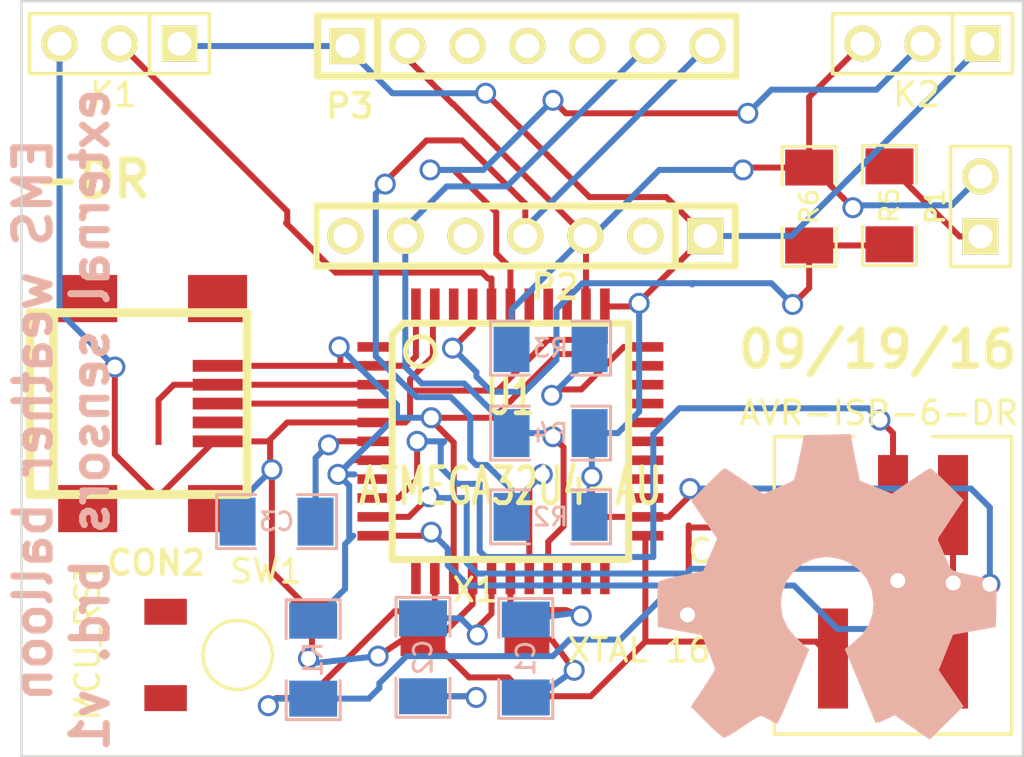
<source format=kicad_pcb>
(kicad_pcb (version 3) (host pcbnew "(2013-may-18)-stable")

  (general
    (links 57)
    (no_connects 0)
    (area 8.800001 36.949999 64.545666 72.34622)
    (thickness 1.6)
    (drawings 10)
    (tracks 364)
    (zones 0)
    (modules 20)
    (nets 21)
  )

  (page A3)
  (layers
    (15 F.Cu signal)
    (0 B.Cu signal)
    (16 B.Adhes user)
    (17 F.Adhes user)
    (18 B.Paste user)
    (19 F.Paste user)
    (20 B.SilkS user)
    (21 F.SilkS user)
    (22 B.Mask user)
    (23 F.Mask user)
    (24 Dwgs.User user)
    (25 Cmts.User user)
    (26 Eco1.User user)
    (27 Eco2.User user)
    (28 Edge.Cuts user)
  )

  (setup
    (last_trace_width 0.254)
    (trace_clearance 0.254)
    (zone_clearance 0.508)
    (zone_45_only no)
    (trace_min 0.254)
    (segment_width 0.2)
    (edge_width 0.1)
    (via_size 0.889)
    (via_drill 0.635)
    (via_min_size 0.889)
    (via_min_drill 0.508)
    (uvia_size 0.508)
    (uvia_drill 0.127)
    (uvias_allowed no)
    (uvia_min_size 0.508)
    (uvia_min_drill 0.127)
    (pcb_text_width 0.3)
    (pcb_text_size 1.5 1.5)
    (mod_edge_width 0.15)
    (mod_text_size 1 1)
    (mod_text_width 0.15)
    (pad_size 1.5 1.5)
    (pad_drill 0.6)
    (pad_to_mask_clearance 0)
    (aux_axis_origin 0 0)
    (visible_elements 7FFFFFFF)
    (pcbplotparams
      (layerselection 285179905)
      (usegerberextensions true)
      (excludeedgelayer true)
      (linewidth 0.150000)
      (plotframeref false)
      (viasonmask false)
      (mode 1)
      (useauxorigin false)
      (hpglpennumber 1)
      (hpglpenspeed 20)
      (hpglpendiameter 15)
      (hpglpenoverlay 2)
      (psnegative false)
      (psa4output false)
      (plotreference true)
      (plotvalue true)
      (plotothertext true)
      (plotinvisibletext false)
      (padsonsilk false)
      (subtractmaskfromsilk false)
      (outputformat 1)
      (mirror false)
      (drillshape 0)
      (scaleselection 1)
      (outputdirectory gerbers/))
  )

  (net 0 "")
  (net 1 /D+)
  (net 2 /D-)
  (net 3 /RST)
  (net 4 /SCK)
  (net 5 /SDA)
  (net 6 /SOL)
  (net 7 /UV)
  (net 8 /VIS)
  (net 9 GND)
  (net 10 N-0000011)
  (net 11 N-0000012)
  (net 12 N-0000013)
  (net 13 N-0000014)
  (net 14 N-0000016)
  (net 15 N-0000017)
  (net 16 N-0000049)
  (net 17 N-000005)
  (net 18 N-0000050)
  (net 19 N-000006)
  (net 20 VCC)

  (net_class Default "This is the default net class."
    (clearance 0.254)
    (trace_width 0.254)
    (via_dia 0.889)
    (via_drill 0.635)
    (uvia_dia 0.508)
    (uvia_drill 0.127)
    (add_net "")
    (add_net /D+)
    (add_net /D-)
    (add_net /RST)
    (add_net /SCK)
    (add_net /SDA)
    (add_net /SOL)
    (add_net /UV)
    (add_net /VIS)
    (add_net GND)
    (add_net N-0000011)
    (add_net N-0000012)
    (add_net N-0000013)
    (add_net N-0000014)
    (add_net N-0000016)
    (add_net N-0000017)
    (add_net N-0000049)
    (add_net N-000005)
    (add_net N-0000050)
    (add_net N-000006)
    (add_net VCC)
  )

  (module SM1206 (layer B.Cu) (tedit 42806E24) (tstamp 57E01E59)
    (at 43.65 55.3)
    (path /57DC50A4)
    (attr smd)
    (fp_text reference R4 (at 0 0) (layer B.SilkS)
      (effects (font (size 0.762 0.762) (thickness 0.127)) (justify mirror))
    )
    (fp_text value 4.7K (at 0 0) (layer B.SilkS) hide
      (effects (font (size 0.762 0.762) (thickness 0.127)) (justify mirror))
    )
    (fp_line (start -2.54 1.143) (end -2.54 -1.143) (layer B.SilkS) (width 0.127))
    (fp_line (start -2.54 -1.143) (end -0.889 -1.143) (layer B.SilkS) (width 0.127))
    (fp_line (start 0.889 1.143) (end 2.54 1.143) (layer B.SilkS) (width 0.127))
    (fp_line (start 2.54 1.143) (end 2.54 -1.143) (layer B.SilkS) (width 0.127))
    (fp_line (start 2.54 -1.143) (end 0.889 -1.143) (layer B.SilkS) (width 0.127))
    (fp_line (start -0.889 1.143) (end -2.54 1.143) (layer B.SilkS) (width 0.127))
    (pad 1 smd rect (at -1.651 0) (size 1.524 2.032)
      (layers B.Cu B.Paste B.Mask)
      (net 5 /SDA)
    )
    (pad 2 smd rect (at 1.651 0) (size 1.524 2.032)
      (layers B.Cu B.Paste B.Mask)
      (net 20 VCC)
    )
    (model smd/chip_cms.wrl
      (at (xyz 0 0 0))
      (scale (xyz 0.17 0.16 0.16))
      (rotate (xyz 0 0 0))
    )
  )

  (module SM1206 (layer B.Cu) (tedit 42806E24) (tstamp 57E01E65)
    (at 43.65 58.85)
    (path /57DC509E)
    (attr smd)
    (fp_text reference R2 (at 0 0) (layer B.SilkS)
      (effects (font (size 0.762 0.762) (thickness 0.127)) (justify mirror))
    )
    (fp_text value 4.7K (at 0 0) (layer B.SilkS) hide
      (effects (font (size 0.762 0.762) (thickness 0.127)) (justify mirror))
    )
    (fp_line (start -2.54 1.143) (end -2.54 -1.143) (layer B.SilkS) (width 0.127))
    (fp_line (start -2.54 -1.143) (end -0.889 -1.143) (layer B.SilkS) (width 0.127))
    (fp_line (start 0.889 1.143) (end 2.54 1.143) (layer B.SilkS) (width 0.127))
    (fp_line (start 2.54 1.143) (end 2.54 -1.143) (layer B.SilkS) (width 0.127))
    (fp_line (start 2.54 -1.143) (end 0.889 -1.143) (layer B.SilkS) (width 0.127))
    (fp_line (start -0.889 1.143) (end -2.54 1.143) (layer B.SilkS) (width 0.127))
    (pad 1 smd rect (at -1.651 0) (size 1.524 2.032)
      (layers B.Cu B.Paste B.Mask)
      (net 4 /SCK)
    )
    (pad 2 smd rect (at 1.651 0) (size 1.524 2.032)
      (layers B.Cu B.Paste B.Mask)
      (net 20 VCC)
    )
    (model smd/chip_cms.wrl
      (at (xyz 0 0 0))
      (scale (xyz 0.17 0.16 0.16))
      (rotate (xyz 0 0 0))
    )
  )

  (module SM1206 (layer B.Cu) (tedit 42806E24) (tstamp 57E01E71)
    (at 42.6 64.85 90)
    (path /57DC2FE5)
    (attr smd)
    (fp_text reference C1 (at 0 0 90) (layer B.SilkS)
      (effects (font (size 0.762 0.762) (thickness 0.127)) (justify mirror))
    )
    (fp_text value 22pF (at 0 0 90) (layer B.SilkS) hide
      (effects (font (size 0.762 0.762) (thickness 0.127)) (justify mirror))
    )
    (fp_line (start -2.54 1.143) (end -2.54 -1.143) (layer B.SilkS) (width 0.127))
    (fp_line (start -2.54 -1.143) (end -0.889 -1.143) (layer B.SilkS) (width 0.127))
    (fp_line (start 0.889 1.143) (end 2.54 1.143) (layer B.SilkS) (width 0.127))
    (fp_line (start 2.54 1.143) (end 2.54 -1.143) (layer B.SilkS) (width 0.127))
    (fp_line (start 2.54 -1.143) (end 0.889 -1.143) (layer B.SilkS) (width 0.127))
    (fp_line (start -0.889 1.143) (end -2.54 1.143) (layer B.SilkS) (width 0.127))
    (pad 1 smd rect (at -1.651 0 90) (size 1.524 2.032)
      (layers B.Cu B.Paste B.Mask)
      (net 11 N-0000012)
    )
    (pad 2 smd rect (at 1.651 0 90) (size 1.524 2.032)
      (layers B.Cu B.Paste B.Mask)
      (net 18 N-0000050)
    )
    (model smd/chip_cms.wrl
      (at (xyz 0 0 0))
      (scale (xyz 0.17 0.16 0.16))
      (rotate (xyz 0 0 0))
    )
  )

  (module SM1206 (layer B.Cu) (tedit 42806E24) (tstamp 57E01E7D)
    (at 38.25 64.8 90)
    (path /57DC2FF2)
    (attr smd)
    (fp_text reference C2 (at 0 0 90) (layer B.SilkS)
      (effects (font (size 0.762 0.762) (thickness 0.127)) (justify mirror))
    )
    (fp_text value 22pF (at 0 0 90) (layer B.SilkS) hide
      (effects (font (size 0.762 0.762) (thickness 0.127)) (justify mirror))
    )
    (fp_line (start -2.54 1.143) (end -2.54 -1.143) (layer B.SilkS) (width 0.127))
    (fp_line (start -2.54 -1.143) (end -0.889 -1.143) (layer B.SilkS) (width 0.127))
    (fp_line (start 0.889 1.143) (end 2.54 1.143) (layer B.SilkS) (width 0.127))
    (fp_line (start 2.54 1.143) (end 2.54 -1.143) (layer B.SilkS) (width 0.127))
    (fp_line (start 2.54 -1.143) (end 0.889 -1.143) (layer B.SilkS) (width 0.127))
    (fp_line (start -0.889 1.143) (end -2.54 1.143) (layer B.SilkS) (width 0.127))
    (pad 1 smd rect (at -1.651 0 90) (size 1.524 2.032)
      (layers B.Cu B.Paste B.Mask)
      (net 12 N-0000013)
    )
    (pad 2 smd rect (at 1.651 0 90) (size 1.524 2.032)
      (layers B.Cu B.Paste B.Mask)
      (net 13 N-0000014)
    )
    (model smd/chip_cms.wrl
      (at (xyz 0 0 0))
      (scale (xyz 0.17 0.16 0.16))
      (rotate (xyz 0 0 0))
    )
  )

  (module SM1206 (layer B.Cu) (tedit 42806E24) (tstamp 57E01E89)
    (at 32.05 59.05)
    (path /57DC2FF8)
    (attr smd)
    (fp_text reference C3 (at 0 0) (layer B.SilkS)
      (effects (font (size 0.762 0.762) (thickness 0.127)) (justify mirror))
    )
    (fp_text value 1uF (at 0 0) (layer B.SilkS) hide
      (effects (font (size 0.762 0.762) (thickness 0.127)) (justify mirror))
    )
    (fp_line (start -2.54 1.143) (end -2.54 -1.143) (layer B.SilkS) (width 0.127))
    (fp_line (start -2.54 -1.143) (end -0.889 -1.143) (layer B.SilkS) (width 0.127))
    (fp_line (start 0.889 1.143) (end 2.54 1.143) (layer B.SilkS) (width 0.127))
    (fp_line (start 2.54 1.143) (end 2.54 -1.143) (layer B.SilkS) (width 0.127))
    (fp_line (start 2.54 -1.143) (end 0.889 -1.143) (layer B.SilkS) (width 0.127))
    (fp_line (start -0.889 1.143) (end -2.54 1.143) (layer B.SilkS) (width 0.127))
    (pad 1 smd rect (at -1.651 0) (size 1.524 2.032)
      (layers B.Cu B.Paste B.Mask)
      (net 9 GND)
    )
    (pad 2 smd rect (at 1.651 0) (size 1.524 2.032)
      (layers B.Cu B.Paste B.Mask)
      (net 16 N-0000049)
    )
    (model smd/chip_cms.wrl
      (at (xyz 0 0 0))
      (scale (xyz 0.17 0.16 0.16))
      (rotate (xyz 0 0 0))
    )
  )

  (module SM1206 (layer B.Cu) (tedit 42806E24) (tstamp 57E01E95)
    (at 33.6 64.9 270)
    (path /57DC3095)
    (attr smd)
    (fp_text reference R1 (at 0 0 270) (layer B.SilkS)
      (effects (font (size 0.762 0.762) (thickness 0.127)) (justify mirror))
    )
    (fp_text value 10K (at 0 0 270) (layer B.SilkS) hide
      (effects (font (size 0.762 0.762) (thickness 0.127)) (justify mirror))
    )
    (fp_line (start -2.54 1.143) (end -2.54 -1.143) (layer B.SilkS) (width 0.127))
    (fp_line (start -2.54 -1.143) (end -0.889 -1.143) (layer B.SilkS) (width 0.127))
    (fp_line (start 0.889 1.143) (end 2.54 1.143) (layer B.SilkS) (width 0.127))
    (fp_line (start 2.54 1.143) (end 2.54 -1.143) (layer B.SilkS) (width 0.127))
    (fp_line (start 2.54 -1.143) (end 0.889 -1.143) (layer B.SilkS) (width 0.127))
    (fp_line (start -0.889 1.143) (end -2.54 1.143) (layer B.SilkS) (width 0.127))
    (pad 1 smd rect (at -1.651 0 270) (size 1.524 2.032)
      (layers B.Cu B.Paste B.Mask)
      (net 20 VCC)
    )
    (pad 2 smd rect (at 1.651 0 270) (size 1.524 2.032)
      (layers B.Cu B.Paste B.Mask)
      (net 3 /RST)
    )
    (model smd/chip_cms.wrl
      (at (xyz 0 0 0))
      (scale (xyz 0.17 0.16 0.16))
      (rotate (xyz 0 0 0))
    )
  )

  (module SM1206 (layer B.Cu) (tedit 42806E24) (tstamp 57E01EA1)
    (at 43.65 51.7 180)
    (path /57DC30A2)
    (attr smd)
    (fp_text reference R3 (at 0 0 180) (layer B.SilkS)
      (effects (font (size 0.762 0.762) (thickness 0.127)) (justify mirror))
    )
    (fp_text value 10K (at 0 0 180) (layer B.SilkS) hide
      (effects (font (size 0.762 0.762) (thickness 0.127)) (justify mirror))
    )
    (fp_line (start -2.54 1.143) (end -2.54 -1.143) (layer B.SilkS) (width 0.127))
    (fp_line (start -2.54 -1.143) (end -0.889 -1.143) (layer B.SilkS) (width 0.127))
    (fp_line (start 0.889 1.143) (end 2.54 1.143) (layer B.SilkS) (width 0.127))
    (fp_line (start 2.54 1.143) (end 2.54 -1.143) (layer B.SilkS) (width 0.127))
    (fp_line (start 2.54 -1.143) (end 0.889 -1.143) (layer B.SilkS) (width 0.127))
    (fp_line (start -0.889 1.143) (end -2.54 1.143) (layer B.SilkS) (width 0.127))
    (pad 1 smd rect (at -1.651 0 180) (size 1.524 2.032)
      (layers B.Cu B.Paste B.Mask)
      (net 15 N-0000017)
    )
    (pad 2 smd rect (at 1.651 0 180) (size 1.524 2.032)
      (layers B.Cu B.Paste B.Mask)
      (net 9 GND)
    )
    (model smd/chip_cms.wrl
      (at (xyz 0 0 0))
      (scale (xyz 0.17 0.16 0.16))
      (rotate (xyz 0 0 0))
    )
  )

  (module SM1206 (layer F.Cu) (tedit 42806E24) (tstamp 57E01EAD)
    (at 58 45.65 90)
    (path /57DC3B35)
    (attr smd)
    (fp_text reference R5 (at 0 0 90) (layer F.SilkS)
      (effects (font (size 0.762 0.762) (thickness 0.127)))
    )
    (fp_text value 1K (at 0 0 90) (layer F.SilkS) hide
      (effects (font (size 0.762 0.762) (thickness 0.127)))
    )
    (fp_line (start -2.54 -1.143) (end -2.54 1.143) (layer F.SilkS) (width 0.127))
    (fp_line (start -2.54 1.143) (end -0.889 1.143) (layer F.SilkS) (width 0.127))
    (fp_line (start 0.889 -1.143) (end 2.54 -1.143) (layer F.SilkS) (width 0.127))
    (fp_line (start 2.54 -1.143) (end 2.54 1.143) (layer F.SilkS) (width 0.127))
    (fp_line (start 2.54 1.143) (end 0.889 1.143) (layer F.SilkS) (width 0.127))
    (fp_line (start -0.889 -1.143) (end -2.54 -1.143) (layer F.SilkS) (width 0.127))
    (pad 1 smd rect (at -1.651 0 90) (size 1.524 2.032)
      (layers F.Cu F.Paste F.Mask)
      (net 6 /SOL)
    )
    (pad 2 smd rect (at 1.651 0 90) (size 1.524 2.032)
      (layers F.Cu F.Paste F.Mask)
      (net 10 N-0000011)
    )
    (model smd/chip_cms.wrl
      (at (xyz 0 0 0))
      (scale (xyz 0.17 0.16 0.16))
      (rotate (xyz 0 0 0))
    )
  )

  (module SM1206 (layer F.Cu) (tedit 42806E24) (tstamp 57E01EB9)
    (at 54.6 45.7 270)
    (path /57DC3B5A)
    (attr smd)
    (fp_text reference R6 (at 0 0 270) (layer F.SilkS)
      (effects (font (size 0.762 0.762) (thickness 0.127)))
    )
    (fp_text value 10K (at 0 0 270) (layer F.SilkS) hide
      (effects (font (size 0.762 0.762) (thickness 0.127)))
    )
    (fp_line (start -2.54 -1.143) (end -2.54 1.143) (layer F.SilkS) (width 0.127))
    (fp_line (start -2.54 1.143) (end -0.889 1.143) (layer F.SilkS) (width 0.127))
    (fp_line (start 0.889 -1.143) (end 2.54 -1.143) (layer F.SilkS) (width 0.127))
    (fp_line (start 2.54 -1.143) (end 2.54 1.143) (layer F.SilkS) (width 0.127))
    (fp_line (start 2.54 1.143) (end 0.889 1.143) (layer F.SilkS) (width 0.127))
    (fp_line (start -0.889 -1.143) (end -2.54 -1.143) (layer F.SilkS) (width 0.127))
    (pad 1 smd rect (at -1.651 0 270) (size 1.524 2.032)
      (layers F.Cu F.Paste F.Mask)
      (net 9 GND)
    )
    (pad 2 smd rect (at 1.651 0 270) (size 1.524 2.032)
      (layers F.Cu F.Paste F.Mask)
      (net 6 /SOL)
    )
    (model smd/chip_cms.wrl
      (at (xyz 0 0 0))
      (scale (xyz 0.17 0.16 0.16))
      (rotate (xyz 0 0 0))
    )
  )

  (module XTAL_6mmx3.5mm (layer F.Cu) (tedit 57E0529C) (tstamp 57E02150)
    (at 40.45 65.25)
    (path /57DC2F44)
    (fp_text reference X1 (at 0 -3.302) (layer F.SilkS)
      (effects (font (size 1 1) (thickness 0.15)))
    )
    (fp_text value "XTAL 16MHz" (at 8.45 -0.75) (layer F.SilkS)
      (effects (font (size 1 1) (thickness 0.15)))
    )
    (pad 1 smd rect (at -2.2 1.2) (size 1.9 1.4)
      (layers F.Cu F.Paste F.Mask)
      (net 12 N-0000013)
    )
    (pad 2 smd rect (at 2.2 1.2) (size 1.9 1.4)
      (layers F.Cu F.Paste F.Mask)
      (net 9 GND)
    )
    (pad 3 smd rect (at 2.2 -1.2) (size 1.9 1.4)
      (layers F.Cu F.Paste F.Mask)
      (net 11 N-0000012)
    )
    (pad 4 smd rect (at -2.2 -1.2) (size 1.9 1.4)
      (layers F.Cu F.Paste F.Mask)
      (net 9 GND)
    )
  )

  (module USB_MINI_B (layer F.Cu) (tedit 57E05291) (tstamp 57E02164)
    (at 26.2 54.05)
    (descr "USB Mini-B 5-pin SMD connector")
    (tags "USB, Mini-B, connector")
    (path /57DC45BC)
    (fp_text reference CON2 (at 0.75 6.75) (layer F.SilkS)
      (effects (font (size 1.016 1.016) (thickness 0.2032)))
    )
    (fp_text value USB-MINI-B (at 0 -7.0993) (layer F.SilkS) hide
      (effects (font (size 1.016 1.016) (thickness 0.2032)))
    )
    (fp_line (start -3.59918 -3.85064) (end -3.59918 3.85064) (layer F.SilkS) (width 0.381))
    (fp_line (start -4.59994 -3.85064) (end -4.59994 3.85064) (layer F.SilkS) (width 0.381))
    (fp_line (start -4.59994 3.85064) (end 4.59994 3.85064) (layer F.SilkS) (width 0.381))
    (fp_line (start 4.59994 3.85064) (end 4.59994 -3.85064) (layer F.SilkS) (width 0.381))
    (fp_line (start 4.59994 -3.85064) (end -4.59994 -3.85064) (layer F.SilkS) (width 0.381))
    (pad 1 smd rect (at 3.44932 -1.6002) (size 2.30124 0.50038)
      (layers F.Cu F.Paste F.Mask)
      (net 20 VCC)
    )
    (pad 2 smd rect (at 3.44932 -0.8001) (size 2.30124 0.50038)
      (layers F.Cu F.Paste F.Mask)
      (net 2 /D-)
    )
    (pad 3 smd rect (at 3.44932 0) (size 2.30124 0.50038)
      (layers F.Cu F.Paste F.Mask)
      (net 1 /D+)
    )
    (pad 4 smd rect (at 3.44932 0.8001) (size 2.30124 0.50038)
      (layers F.Cu F.Paste F.Mask)
    )
    (pad 5 smd rect (at 3.44932 1.6002) (size 2.30124 0.50038)
      (layers F.Cu F.Paste F.Mask)
      (net 9 GND)
    )
    (pad 6 smd rect (at 3.35026 -4.45008) (size 2.49936 1.99898)
      (layers F.Cu F.Paste F.Mask)
    )
    (pad 7 smd rect (at -2.14884 -4.45008) (size 2.49936 1.99898)
      (layers F.Cu F.Paste F.Mask)
    )
    (pad 8 smd rect (at 3.35026 4.45008) (size 2.49936 1.99898)
      (layers F.Cu F.Paste F.Mask)
    )
    (pad 9 smd rect (at -2.14884 4.45008) (size 2.49936 1.99898)
      (layers F.Cu F.Paste F.Mask)
    )
    (pad "" np_thru_hole circle (at 0.8509 -2.19964) (size 0.89916 0.89916) (drill 0.89916)
      (layers *.Cu *.Mask F.SilkS)
    )
    (pad 2 np_thru_hole circle (at 0.8509 2.19964) (size 0.89916 0.89916) (drill 0.89916)
      (layers *.Cu *.Mask F.SilkS)
      (net 2 /D-)
    )
  )

  (module TQFP44 (layer F.Cu) (tedit 200000) (tstamp 57E0219A)
    (at 41.95 55.65)
    (path /57DC2C39)
    (attr smd)
    (fp_text reference U1 (at 0 -1.905) (layer F.SilkS)
      (effects (font (size 1.524 1.016) (thickness 0.2032)))
    )
    (fp_text value ATMEGA32U4-AU (at 0 1.905) (layer F.SilkS)
      (effects (font (size 1.524 1.016) (thickness 0.2032)))
    )
    (fp_line (start 5.0038 -5.0038) (end 5.0038 5.0038) (layer F.SilkS) (width 0.3048))
    (fp_line (start 5.0038 5.0038) (end -5.0038 5.0038) (layer F.SilkS) (width 0.3048))
    (fp_line (start -5.0038 -4.5212) (end -5.0038 5.0038) (layer F.SilkS) (width 0.3048))
    (fp_line (start -4.5212 -5.0038) (end 5.0038 -5.0038) (layer F.SilkS) (width 0.3048))
    (fp_line (start -5.0038 -4.5212) (end -4.5212 -5.0038) (layer F.SilkS) (width 0.3048))
    (fp_circle (center -3.81 -3.81) (end -3.81 -3.175) (layer F.SilkS) (width 0.2032))
    (pad 39 smd rect (at 0 -5.715) (size 0.4064 1.524)
      (layers F.Cu F.Paste F.Mask)
      (net 8 /VIS)
    )
    (pad 40 smd rect (at -0.8001 -5.715) (size 0.4064 1.524)
      (layers F.Cu F.Paste F.Mask)
      (net 7 /UV)
    )
    (pad 41 smd rect (at -1.6002 -5.715) (size 0.4064 1.524)
      (layers F.Cu F.Paste F.Mask)
      (net 6 /SOL)
    )
    (pad 42 smd rect (at -2.4003 -5.715) (size 0.4064 1.524)
      (layers F.Cu F.Paste F.Mask)
    )
    (pad 43 smd rect (at -3.2004 -5.715) (size 0.4064 1.524)
      (layers F.Cu F.Paste F.Mask)
      (net 9 GND)
    )
    (pad 44 smd rect (at -4.0005 -5.715) (size 0.4064 1.524)
      (layers F.Cu F.Paste F.Mask)
      (net 20 VCC)
    )
    (pad 38 smd rect (at 0.8001 -5.715) (size 0.4064 1.524)
      (layers F.Cu F.Paste F.Mask)
    )
    (pad 37 smd rect (at 1.6002 -5.715) (size 0.4064 1.524)
      (layers F.Cu F.Paste F.Mask)
    )
    (pad 36 smd rect (at 2.4003 -5.715) (size 0.4064 1.524)
      (layers F.Cu F.Paste F.Mask)
    )
    (pad 35 smd rect (at 3.2004 -5.715) (size 0.4064 1.524)
      (layers F.Cu F.Paste F.Mask)
      (net 9 GND)
    )
    (pad 34 smd rect (at 4.0005 -5.715) (size 0.4064 1.524)
      (layers F.Cu F.Paste F.Mask)
      (net 20 VCC)
    )
    (pad 17 smd rect (at 0 5.715) (size 0.4064 1.524)
      (layers F.Cu F.Paste F.Mask)
      (net 18 N-0000050)
    )
    (pad 16 smd rect (at -0.8001 5.715) (size 0.4064 1.524)
      (layers F.Cu F.Paste F.Mask)
      (net 13 N-0000014)
    )
    (pad 15 smd rect (at -1.6002 5.715) (size 0.4064 1.524)
      (layers F.Cu F.Paste F.Mask)
      (net 9 GND)
    )
    (pad 14 smd rect (at -2.4003 5.715) (size 0.4064 1.524)
      (layers F.Cu F.Paste F.Mask)
      (net 20 VCC)
    )
    (pad 13 smd rect (at -3.2004 5.715) (size 0.4064 1.524)
      (layers F.Cu F.Paste F.Mask)
      (net 3 /RST)
    )
    (pad 12 smd rect (at -4.0005 5.715) (size 0.4064 1.524)
      (layers F.Cu F.Paste F.Mask)
    )
    (pad 18 smd rect (at 0.8001 5.715) (size 0.4064 1.524)
      (layers F.Cu F.Paste F.Mask)
      (net 4 /SCK)
    )
    (pad 19 smd rect (at 1.6002 5.715) (size 0.4064 1.524)
      (layers F.Cu F.Paste F.Mask)
      (net 5 /SDA)
    )
    (pad 20 smd rect (at 2.4003 5.715) (size 0.4064 1.524)
      (layers F.Cu F.Paste F.Mask)
    )
    (pad 21 smd rect (at 3.2004 5.715) (size 0.4064 1.524)
      (layers F.Cu F.Paste F.Mask)
    )
    (pad 22 smd rect (at 4.0005 5.715) (size 0.4064 1.524)
      (layers F.Cu F.Paste F.Mask)
    )
    (pad 6 smd rect (at -5.715 0) (size 1.524 0.4064)
      (layers F.Cu F.Paste F.Mask)
      (net 16 N-0000049)
    )
    (pad 28 smd rect (at 5.715 0) (size 1.524 0.4064)
      (layers F.Cu F.Paste F.Mask)
    )
    (pad 7 smd rect (at -5.715 0.8001) (size 1.524 0.4064)
      (layers F.Cu F.Paste F.Mask)
      (net 20 VCC)
    )
    (pad 27 smd rect (at 5.715 0.8001) (size 1.524 0.4064)
      (layers F.Cu F.Paste F.Mask)
    )
    (pad 26 smd rect (at 5.715 1.6002) (size 1.524 0.4064)
      (layers F.Cu F.Paste F.Mask)
    )
    (pad 8 smd rect (at -5.715 1.6002) (size 1.524 0.4064)
      (layers F.Cu F.Paste F.Mask)
    )
    (pad 9 smd rect (at -5.715 2.4003) (size 1.524 0.4064)
      (layers F.Cu F.Paste F.Mask)
      (net 14 N-0000016)
    )
    (pad 25 smd rect (at 5.715 2.4003) (size 1.524 0.4064)
      (layers F.Cu F.Paste F.Mask)
    )
    (pad 24 smd rect (at 5.715 3.2004) (size 1.524 0.4064)
      (layers F.Cu F.Paste F.Mask)
      (net 20 VCC)
    )
    (pad 10 smd rect (at -5.715 3.2004) (size 1.524 0.4064)
      (layers F.Cu F.Paste F.Mask)
      (net 19 N-000006)
    )
    (pad 11 smd rect (at -5.715 4.0005) (size 1.524 0.4064)
      (layers F.Cu F.Paste F.Mask)
      (net 17 N-000005)
    )
    (pad 23 smd rect (at 5.715 4.0005) (size 1.524 0.4064)
      (layers F.Cu F.Paste F.Mask)
      (net 9 GND)
    )
    (pad 29 smd rect (at 5.715 -0.8001) (size 1.524 0.4064)
      (layers F.Cu F.Paste F.Mask)
    )
    (pad 5 smd rect (at -5.715 -0.8001) (size 1.524 0.4064)
      (layers F.Cu F.Paste F.Mask)
      (net 9 GND)
    )
    (pad 4 smd rect (at -5.715 -1.6002) (size 1.524 0.4064)
      (layers F.Cu F.Paste F.Mask)
      (net 1 /D+)
    )
    (pad 30 smd rect (at 5.715 -1.6002) (size 1.524 0.4064)
      (layers F.Cu F.Paste F.Mask)
    )
    (pad 31 smd rect (at 5.715 -2.4003) (size 1.524 0.4064)
      (layers F.Cu F.Paste F.Mask)
    )
    (pad 3 smd rect (at -5.715 -2.4003) (size 1.524 0.4064)
      (layers F.Cu F.Paste F.Mask)
      (net 2 /D-)
    )
    (pad 2 smd rect (at -5.715 -3.2004) (size 1.524 0.4064)
      (layers F.Cu F.Paste F.Mask)
      (net 20 VCC)
    )
    (pad 32 smd rect (at 5.715 -3.2004) (size 1.524 0.4064)
      (layers F.Cu F.Paste F.Mask)
    )
    (pad 33 smd rect (at 5.715 -4.0005) (size 1.524 0.4064)
      (layers F.Cu F.Paste F.Mask)
      (net 15 N-0000017)
    )
    (pad 1 smd rect (at -5.715 -4.0005) (size 1.524 0.4064)
      (layers F.Cu F.Paste F.Mask)
    )
  )

  (module TACT_SW (layer F.Cu) (tedit 57E05296) (tstamp 57E0243A)
    (at 30.45 64.7)
    (path /57DC3C8F)
    (fp_text reference SW1 (at 1.15 -3.55) (layer F.SilkS)
      (effects (font (size 1 1) (thickness 0.15)))
    )
    (fp_text value MCU_RST (at -6.4 -0.55 90) (layer F.SilkS)
      (effects (font (size 1 1) (thickness 0.15)))
    )
    (fp_circle (center -0.0508 0) (end -0.4064 1.4224) (layer F.SilkS) (width 0.15))
    (pad 1 smd rect (at -3.0988 -1.8288) (size 1.8 1.1)
      (layers F.Cu F.Paste F.Mask)
    )
    (pad 2 smd rect (at 3.0988 -1.8288) (size 1.8 1.1)
      (layers F.Cu F.Paste F.Mask)
      (net 9 GND)
    )
    (pad 3 smd rect (at -3.0988 1.8288) (size 1.8 1.1)
      (layers F.Cu F.Paste F.Mask)
    )
    (pad 4 smd rect (at 3.0988 1.8288) (size 1.8 1.1)
      (layers F.Cu F.Paste F.Mask)
      (net 3 /RST)
    )
  )

  (module PIN_ARRAY_3X1 (layer F.Cu) (tedit 4C1130E0) (tstamp 57E021AF)
    (at 25.4 38.8 180)
    (descr "Connecteur 3 pins")
    (tags "CONN DEV")
    (path /57DC2D40)
    (fp_text reference K1 (at 0.254 -2.159 180) (layer F.SilkS)
      (effects (font (size 1.016 1.016) (thickness 0.1524)))
    )
    (fp_text value UV_SEN (at 0 -2.159 180) (layer F.SilkS) hide
      (effects (font (size 1.016 1.016) (thickness 0.1524)))
    )
    (fp_line (start -3.81 1.27) (end -3.81 -1.27) (layer F.SilkS) (width 0.1524))
    (fp_line (start -3.81 -1.27) (end 3.81 -1.27) (layer F.SilkS) (width 0.1524))
    (fp_line (start 3.81 -1.27) (end 3.81 1.27) (layer F.SilkS) (width 0.1524))
    (fp_line (start 3.81 1.27) (end -3.81 1.27) (layer F.SilkS) (width 0.1524))
    (fp_line (start -1.27 -1.27) (end -1.27 1.27) (layer F.SilkS) (width 0.1524))
    (pad 1 thru_hole rect (at -2.54 0 180) (size 1.524 1.524) (drill 1.016)
      (layers *.Cu *.Mask F.SilkS)
      (net 20 VCC)
    )
    (pad 2 thru_hole circle (at 0 0 180) (size 1.524 1.524) (drill 1.016)
      (layers *.Cu *.Mask F.SilkS)
      (net 7 /UV)
    )
    (pad 3 thru_hole circle (at 2.54 0 180) (size 1.524 1.524) (drill 1.016)
      (layers *.Cu *.Mask F.SilkS)
      (net 9 GND)
    )
    (model pin_array/pins_array_3x1.wrl
      (at (xyz 0 0 0))
      (scale (xyz 1 1 1))
      (rotate (xyz 0 0 0))
    )
  )

  (module PIN_ARRAY_3X1 (layer F.Cu) (tedit 4C1130E0) (tstamp 57E021BB)
    (at 59.4 38.8 180)
    (descr "Connecteur 3 pins")
    (tags "CONN DEV")
    (path /57DC2D4F)
    (fp_text reference K2 (at 0.254 -2.159 180) (layer F.SilkS)
      (effects (font (size 1.016 1.016) (thickness 0.1524)))
    )
    (fp_text value ALS_PT19 (at 0 -2.159 180) (layer F.SilkS) hide
      (effects (font (size 1.016 1.016) (thickness 0.1524)))
    )
    (fp_line (start -3.81 1.27) (end -3.81 -1.27) (layer F.SilkS) (width 0.1524))
    (fp_line (start -3.81 -1.27) (end 3.81 -1.27) (layer F.SilkS) (width 0.1524))
    (fp_line (start 3.81 -1.27) (end 3.81 1.27) (layer F.SilkS) (width 0.1524))
    (fp_line (start 3.81 1.27) (end -3.81 1.27) (layer F.SilkS) (width 0.1524))
    (fp_line (start -1.27 -1.27) (end -1.27 1.27) (layer F.SilkS) (width 0.1524))
    (pad 1 thru_hole rect (at -2.54 0 180) (size 1.524 1.524) (drill 1.016)
      (layers *.Cu *.Mask F.SilkS)
      (net 20 VCC)
    )
    (pad 2 thru_hole circle (at 0 0 180) (size 1.524 1.524) (drill 1.016)
      (layers *.Cu *.Mask F.SilkS)
      (net 8 /VIS)
    )
    (pad 3 thru_hole circle (at 2.54 0 180) (size 1.524 1.524) (drill 1.016)
      (layers *.Cu *.Mask F.SilkS)
      (net 9 GND)
    )
    (model pin_array/pins_array_3x1.wrl
      (at (xyz 0 0 0))
      (scale (xyz 1 1 1))
      (rotate (xyz 0 0 0))
    )
  )

  (module PIN_ARRAY_2X1 (layer F.Cu) (tedit 4565C520) (tstamp 57E021C5)
    (at 61.85 45.7 90)
    (descr "Connecteurs 2 pins")
    (tags "CONN DEV")
    (path /57DC2E15)
    (fp_text reference P1 (at 0 -1.905 90) (layer F.SilkS)
      (effects (font (size 0.762 0.762) (thickness 0.1524)))
    )
    (fp_text value SOLAR_PV (at 0 -1.905 90) (layer F.SilkS) hide
      (effects (font (size 0.762 0.762) (thickness 0.1524)))
    )
    (fp_line (start -2.54 1.27) (end -2.54 -1.27) (layer F.SilkS) (width 0.1524))
    (fp_line (start -2.54 -1.27) (end 2.54 -1.27) (layer F.SilkS) (width 0.1524))
    (fp_line (start 2.54 -1.27) (end 2.54 1.27) (layer F.SilkS) (width 0.1524))
    (fp_line (start 2.54 1.27) (end -2.54 1.27) (layer F.SilkS) (width 0.1524))
    (pad 1 thru_hole rect (at -1.27 0 90) (size 1.524 1.524) (drill 1.016)
      (layers *.Cu *.Mask F.SilkS)
      (net 10 N-0000011)
    )
    (pad 2 thru_hole circle (at 1.27 0 90) (size 1.524 1.524) (drill 1.016)
      (layers *.Cu *.Mask F.SilkS)
      (net 9 GND)
    )
    (model pin_array/pins_array_2x1.wrl
      (at (xyz 0 0 0))
      (scale (xyz 1 1 1))
      (rotate (xyz 0 0 0))
    )
  )

  (module PIN_ARRAY-7X1 (layer F.Cu) (tedit 57E052AF) (tstamp 57E021DE)
    (at 41.4 38.9)
    (descr "Connecteur 6 pins")
    (tags "CONN DEV")
    (path /57DC3574)
    (fp_text reference P3 (at -6.25 2.55) (layer F.SilkS)
      (effects (font (size 1.016 1.016) (thickness 0.2032)))
    )
    (fp_text value TSL2561 (at 0 2.159) (layer F.SilkS) hide
      (effects (font (size 1.016 0.889) (thickness 0.2032)))
    )
    (fp_line (start 10.1092 -1.27) (end 7.9756 -1.2954) (layer F.SilkS) (width 0.15))
    (fp_line (start 7.6454 -1.1938) (end 10.0584 -1.1938) (layer F.SilkS) (width 0.15))
    (fp_line (start 10.0584 -1.1938) (end 10.0584 1.2446) (layer F.SilkS) (width 0.15))
    (fp_line (start 10.0584 1.2446) (end 7.5946 1.2446) (layer F.SilkS) (width 0.15))
    (fp_line (start 7.5946 1.2446) (end 7.5946 1.1938) (layer F.SilkS) (width 0.15))
    (fp_line (start 7.5946 1.1938) (end 10.0584 1.1938) (layer F.SilkS) (width 0.15))
    (fp_line (start 7.62 -1.3462) (end 10.16762 -1.35128) (layer F.SilkS) (width 0.15))
    (fp_line (start 10.16762 -1.35128) (end 10.16 1.3208) (layer F.SilkS) (width 0.15))
    (fp_line (start 10.16 1.3208) (end 10.16 1.3462) (layer F.SilkS) (width 0.15))
    (fp_line (start 10.16 1.3462) (end 7.5946 1.3462) (layer F.SilkS) (width 0.15))
    (fp_line (start -7.62 1.27) (end -7.62 -1.27) (layer F.SilkS) (width 0.3048))
    (fp_line (start -7.62 -1.27) (end 7.62 -1.27) (layer F.SilkS) (width 0.3048))
    (fp_line (start 7.62 1.27) (end -7.62 1.27) (layer F.SilkS) (width 0.3048))
    (fp_line (start -5.08 1.27) (end -5.08 -1.27) (layer F.SilkS) (width 0.3048))
    (pad 1 thru_hole rect (at -6.35 0) (size 1.524 1.524) (drill 1.016)
      (layers *.Cu *.Mask F.SilkS)
      (net 20 VCC)
    )
    (pad 2 thru_hole circle (at -3.81 0) (size 1.524 1.524) (drill 1.016)
      (layers *.Cu *.Mask F.SilkS)
      (net 9 GND)
    )
    (pad 3 thru_hole circle (at -1.27 0) (size 1.524 1.524) (drill 1.016)
      (layers *.Cu *.Mask F.SilkS)
    )
    (pad 4 thru_hole circle (at 1.27 0) (size 1.524 1.524) (drill 1.016)
      (layers *.Cu *.Mask F.SilkS)
    )
    (pad 5 thru_hole circle (at 3.81 0) (size 1.524 1.524) (drill 1.016)
      (layers *.Cu *.Mask F.SilkS)
    )
    (pad 6 thru_hole circle (at 6.35 0) (size 1.524 1.524) (drill 1.016)
      (layers *.Cu *.Mask F.SilkS)
      (net 5 /SDA)
    )
    (pad 7 thru_hole circle (at 8.89 0) (size 1.524 1.524) (drill 1.016)
      (layers *.Cu *.Mask F.SilkS)
      (net 4 /SCK)
    )
    (model pin_array/pins_array_6x1.wrl
      (at (xyz 0 0 0))
      (scale (xyz 1 1 1))
      (rotate (xyz 0 0 0))
    )
  )

  (module PIN_ARRAY-7X1 (layer F.Cu) (tedit 57E020D8) (tstamp 57E021F7)
    (at 43.85 46.95 180)
    (descr "Connecteur 6 pins")
    (tags "CONN DEV")
    (path /57DC5AF9)
    (fp_text reference P2 (at 0 -2.159 180) (layer F.SilkS)
      (effects (font (size 1.016 1.016) (thickness 0.2032)))
    )
    (fp_text value BME280 (at 0 2.159 180) (layer F.SilkS) hide
      (effects (font (size 1.016 0.889) (thickness 0.2032)))
    )
    (fp_line (start 10.1092 -1.27) (end 7.9756 -1.2954) (layer F.SilkS) (width 0.15))
    (fp_line (start 7.6454 -1.1938) (end 10.0584 -1.1938) (layer F.SilkS) (width 0.15))
    (fp_line (start 10.0584 -1.1938) (end 10.0584 1.2446) (layer F.SilkS) (width 0.15))
    (fp_line (start 10.0584 1.2446) (end 7.5946 1.2446) (layer F.SilkS) (width 0.15))
    (fp_line (start 7.5946 1.2446) (end 7.5946 1.1938) (layer F.SilkS) (width 0.15))
    (fp_line (start 7.5946 1.1938) (end 10.0584 1.1938) (layer F.SilkS) (width 0.15))
    (fp_line (start 7.62 -1.3462) (end 10.16762 -1.35128) (layer F.SilkS) (width 0.15))
    (fp_line (start 10.16762 -1.35128) (end 10.16 1.3208) (layer F.SilkS) (width 0.15))
    (fp_line (start 10.16 1.3208) (end 10.16 1.3462) (layer F.SilkS) (width 0.15))
    (fp_line (start 10.16 1.3462) (end 7.5946 1.3462) (layer F.SilkS) (width 0.15))
    (fp_line (start -7.62 1.27) (end -7.62 -1.27) (layer F.SilkS) (width 0.3048))
    (fp_line (start -7.62 -1.27) (end 7.62 -1.27) (layer F.SilkS) (width 0.3048))
    (fp_line (start 7.62 1.27) (end -7.62 1.27) (layer F.SilkS) (width 0.3048))
    (fp_line (start -5.08 1.27) (end -5.08 -1.27) (layer F.SilkS) (width 0.3048))
    (pad 1 thru_hole rect (at -6.35 0 180) (size 1.524 1.524) (drill 1.016)
      (layers *.Cu *.Mask F.SilkS)
      (net 20 VCC)
    )
    (pad 2 thru_hole circle (at -3.81 0 180) (size 1.524 1.524) (drill 1.016)
      (layers *.Cu *.Mask F.SilkS)
    )
    (pad 3 thru_hole circle (at -1.27 0 180) (size 1.524 1.524) (drill 1.016)
      (layers *.Cu *.Mask F.SilkS)
      (net 9 GND)
    )
    (pad 4 thru_hole circle (at 1.27 0 180) (size 1.524 1.524) (drill 1.016)
      (layers *.Cu *.Mask F.SilkS)
      (net 4 /SCK)
    )
    (pad 5 thru_hole circle (at 3.81 0 180) (size 1.524 1.524) (drill 1.016)
      (layers *.Cu *.Mask F.SilkS)
    )
    (pad 6 thru_hole circle (at 6.35 0 180) (size 1.524 1.524) (drill 1.016)
      (layers *.Cu *.Mask F.SilkS)
      (net 5 /SDA)
    )
    (pad 7 thru_hole circle (at 8.89 0 180) (size 1.524 1.524) (drill 1.016)
      (layers *.Cu *.Mask F.SilkS)
    )
    (model pin_array/pins_array_6x1.wrl
      (at (xyz 0 0 0))
      (scale (xyz 1 1 1))
      (rotate (xyz 0 0 0))
    )
  )

  (module AVR_6_SMD (layer F.Cu) (tedit 57E052AB) (tstamp 57E04F94)
    (at 58.15 61.6 180)
    (path /57DC3154)
    (fp_text reference CON1 (at 6.65 1.3 180) (layer F.SilkS)
      (effects (font (size 1 1) (thickness 0.15)))
    )
    (fp_text value AVR-ISP-6-DR (at 0.6 7.15 180) (layer F.SilkS)
      (effects (font (size 1 1) (thickness 0.15)))
    )
    (fp_line (start 1.6764 6.1468) (end 5.0292 6.1468) (layer F.SilkS) (width 0.15))
    (fp_line (start 5.0292 6.1468) (end 5.0292 -6.4516) (layer F.SilkS) (width 0.15))
    (fp_line (start 5.0292 -6.4516) (end -5.0292 -6.4516) (layer F.SilkS) (width 0.15))
    (fp_line (start -5.0292 -6.4516) (end -5.0292 6.1468) (layer F.SilkS) (width 0.15))
    (fp_line (start -5.0292 6.1468) (end -1.6764 6.1468) (layer F.SilkS) (width 0.15))
    (pad 1 smd rect (at -2.54 3.2512 180) (size 1.27 4.24)
      (layers F.Cu F.Paste F.Mask)
      (net 17 N-000005)
    )
    (pad 2 smd rect (at -2.54 -3.2512 180) (size 1.27 4.24)
      (layers F.Cu F.Paste F.Mask)
      (net 20 VCC)
    )
    (pad 3 smd rect (at 0 3.2512 180) (size 1.27 4.24)
      (layers F.Cu F.Paste F.Mask)
      (net 14 N-0000016)
    )
    (pad 4 smd rect (at 0 -3.2512 180) (size 1.27 4.24)
      (layers F.Cu F.Paste F.Mask)
      (net 19 N-000006)
    )
    (pad 5 smd rect (at 2.54 3.2512 180) (size 1.27 4.24)
      (layers F.Cu F.Paste F.Mask)
      (net 3 /RST)
    )
    (pad 6 smd rect (at 2.54 -3.2512 180) (size 1.27 4.24)
      (layers F.Cu F.Paste F.Mask)
      (net 9 GND)
    )
  )

  (module LOGO (layer B.Cu) (tedit 0) (tstamp 57E06322)
    (at 55.35 61.95)
    (fp_text reference G*** (at 0 -9.22782) (layer B.SilkS) hide
      (effects (font (size 1.524 1.524) (thickness 0.3048)) (justify mirror))
    )
    (fp_text value LOGO (at 0 9.22782) (layer B.SilkS) hide
      (effects (font (size 1.524 1.524) (thickness 0.3048)) (justify mirror))
    )
    (fp_poly (pts (xy 7.2009 -0.4064) (xy 7.17804 0.57912) (xy 7.15518 1.56718) (xy 6.24586 1.72974)
      (xy 5.33908 1.8923) (xy 5.03936 2.64414) (xy 4.7371 3.39598) (xy 5.26034 4.16052)
      (xy 5.78358 4.92252) (xy 5.07238 5.63118) (xy 4.36118 6.3373) (xy 3.61188 5.82168)
      (xy 2.86512 5.30606) (xy 2.47142 5.49656) (xy 2.2479 5.59308) (xy 2.09296 5.62864)
      (xy 2.05232 5.61594) (xy 2.01422 5.51942) (xy 1.92024 5.29082) (xy 1.78308 4.95808)
      (xy 1.61036 4.54152) (xy 1.41478 4.07162) (xy 1.39446 4.02082) (xy 0.75946 2.49682)
      (xy 0.99314 2.32918) (xy 1.45796 1.92024) (xy 1.76784 1.48336) (xy 1.93294 0.99568)
      (xy 1.97104 0.5842) (xy 1.89738 0.01778) (xy 1.6764 -0.48006) (xy 1.3208 -0.89154)
      (xy 0.84836 -1.19888) (xy 0.51308 -1.32588) (xy -0.02032 -1.40208) (xy -0.5334 -1.32588)
      (xy -1.00076 -1.1176) (xy -1.39954 -0.79502) (xy -1.70688 -0.37592) (xy -1.89484 0.12192)
      (xy -1.94818 0.58166) (xy -1.87706 1.11506) (xy -1.66116 1.59512) (xy -1.28524 2.04216)
      (xy -1.17094 2.14884) (xy -0.74676 2.51968) (xy -1.39954 4.09448) (xy -1.6002 4.57454)
      (xy -1.78054 4.99364) (xy -1.9304 5.33146) (xy -2.04216 5.56514) (xy -2.10058 5.66928)
      (xy -2.10566 5.67182) (xy -2.20726 5.63118) (xy -2.3876 5.53212) (xy -2.43586 5.50164)
      (xy -2.63906 5.39242) (xy -2.78638 5.33654) (xy -2.80416 5.334) (xy -2.9083 5.37972)
      (xy -3.11658 5.50164) (xy -3.39344 5.67944) (xy -3.57124 5.79882) (xy -3.87096 5.99948)
      (xy -4.1275 6.15696) (xy -4.30022 6.2484) (xy -4.34848 6.26618) (xy -4.445 6.20776)
      (xy -4.63296 6.05282) (xy -4.87934 5.82676) (xy -5.1054 5.60324) (xy -5.76326 4.94284)
      (xy -5.25272 4.18846) (xy -5.04444 3.87096) (xy -4.8768 3.60172) (xy -4.77012 3.41376)
      (xy -4.74472 3.34518) (xy -4.7752 3.23342) (xy -4.85648 3.00482) (xy -4.97332 2.7051)
      (xy -5.02158 2.58318) (xy -5.29844 1.90754) (xy -6.22808 1.73736) (xy -7.15518 1.56464)
      (xy -7.17804 0.64262) (xy -7.18058 0.254) (xy -7.17042 -0.06858) (xy -7.14756 -0.28702)
      (xy -7.12216 -0.36322) (xy -7.0104 -0.41148) (xy -6.7691 -0.4826) (xy -6.43636 -0.56134)
      (xy -6.13918 -0.62484) (xy -5.23494 -0.80518) (xy -4.94284 -1.48844) (xy -4.6482 -2.1717)
      (xy -5.19938 -2.97942) (xy -5.75056 -3.78714) (xy -5.07238 -4.47548) (xy -4.79806 -4.7498)
      (xy -4.56692 -4.97078) (xy -4.40182 -5.1181) (xy -4.33578 -5.16382) (xy -4.24688 -5.12064)
      (xy -4.04876 -4.99618) (xy -3.7719 -4.81584) (xy -3.48742 -4.62026) (xy -2.69748 -4.0767)
      (xy -2.09042 -4.33324) (xy -1.79324 -4.46278) (xy -1.55448 -4.57454) (xy -1.4224 -4.64566)
      (xy -1.41224 -4.65328) (xy -1.36906 -4.75996) (xy -1.30302 -4.99364) (xy -1.22682 -5.3213)
      (xy -1.15824 -5.64134) (xy -0.97282 -6.56082) (xy 0.01524 -6.58622) (xy 1.00584 -6.60908)
      (xy 1.06172 -6.28904) (xy 1.10744 -6.04774) (xy 1.17348 -5.70992) (xy 1.24968 -5.34416)
      (xy 1.2573 -5.30352) (xy 1.397 -4.63804) (xy 2.07264 -4.35864) (xy 2.74828 -4.07924)
      (xy 3.52552 -4.6228) (xy 3.84556 -4.8387) (xy 4.1148 -5.0165) (xy 4.30276 -5.1308)
      (xy 4.37642 -5.16382) (xy 4.46278 -5.10794) (xy 4.63804 -4.95554) (xy 4.87934 -4.72948)
      (xy 5.1181 -4.49072) (xy 5.78866 -3.81762) (xy 5.23748 -2.98958) (xy 4.6863 -2.159)
      (xy 4.94538 -1.56718) (xy 5.08 -1.27) (xy 5.19176 -1.0287) (xy 5.26288 -0.889)
      (xy 5.26796 -0.88138) (xy 5.37718 -0.81534) (xy 5.60324 -0.74422) (xy 5.85978 -0.68326)
      (xy 6.22554 -0.61214) (xy 6.59384 -0.53594) (xy 6.79704 -0.49276) (xy 7.2009 -0.4064)
      (xy 7.2009 -0.4064)) (layer B.SilkS) (width 0.00254))
  )

  (gr_line (start 63.65 37) (end 63.65 37.05) (angle 90) (layer Edge.Cuts) (width 0.1))
  (gr_line (start 21.25 37) (end 63.65 37) (angle 90) (layer Edge.Cuts) (width 0.1))
  (gr_line (start 21.25 37.05) (end 21.25 37) (angle 90) (layer Edge.Cuts) (width 0.1))
  (gr_line (start 21.25 57.95) (end 21.25 37.05) (angle 90) (layer Edge.Cuts) (width 0.1))
  (gr_line (start 63.65 69) (end 63.65 37) (angle 90) (layer Edge.Cuts) (width 0.1))
  (gr_line (start 21.25 69) (end 63.65 69) (angle 90) (layer Edge.Cuts) (width 0.1))
  (gr_line (start 21.25 57.95) (end 21.25 69) (angle 90) (layer Edge.Cuts) (width 0.1))
  (gr_text 09/19/16 (at 57.5 51.75) (layer F.SilkS)
    (effects (font (size 1.5 1.5) (thickness 0.3)))
  )
  (gr_text -DR (at 24.25 44.55) (layer F.SilkS)
    (effects (font (size 1.5 1.5) (thickness 0.3)))
  )
  (gr_text "EMS weather balloon\nexternal sensors brd. v1" (at 22.95 54.75 90) (layer B.SilkS)
    (effects (font (size 1.5 1.5) (thickness 0.3)) (justify mirror))
  )

  (segment (start 29.64932 54.05) (end 36.2348 54.05) (width 0.254) (layer F.Cu) (net 1))
  (segment (start 36.2348 54.05) (end 36.235 54.0498) (width 0.254) (layer F.Cu) (net 1) (tstamp 57E02533))
  (segment (start 27.0509 56.24964) (end 27.0509 53.8991) (width 0.254) (layer F.Cu) (net 2))
  (segment (start 27.7001 53.2499) (end 29.64932 53.2499) (width 0.254) (layer F.Cu) (net 2) (tstamp 57E0253B))
  (segment (start 27.0509 53.8991) (end 27.7001 53.2499) (width 0.254) (layer F.Cu) (net 2) (tstamp 57E0253A))
  (segment (start 29.64932 53.2499) (end 36.2348 53.2499) (width 0.254) (layer F.Cu) (net 2))
  (segment (start 36.2348 53.2499) (end 36.235 53.2497) (width 0.254) (layer F.Cu) (net 2) (tstamp 57E02530))
  (segment (start 49.5 59.3) (end 54.6588 59.3) (width 0.254) (layer F.Cu) (net 3))
  (segment (start 54.6588 59.3) (end 55.61 58.3488) (width 0.254) (layer F.Cu) (net 3) (tstamp 57E05038))
  (segment (start 49.5 62.4) (end 49.5 62.95) (width 0.254) (layer B.Cu) (net 3))
  (segment (start 35.949 66.551) (end 36.4 66.1) (width 0.254) (layer B.Cu) (net 3) (tstamp 57E02953))
  (segment (start 36.4 66.1) (end 36.4 65.9) (width 0.254) (layer B.Cu) (net 3) (tstamp 57E02954))
  (segment (start 36.4 65.9) (end 37.55 64.75) (width 0.254) (layer B.Cu) (net 3) (tstamp 57E02955))
  (segment (start 37.55 64.75) (end 43.75 64.75) (width 0.254) (layer B.Cu) (net 3) (tstamp 57E02956))
  (segment (start 43.75 64.75) (end 44.45 64.05) (width 0.254) (layer B.Cu) (net 3) (tstamp 57E02958))
  (segment (start 44.45 64.05) (end 46.6 64.05) (width 0.254) (layer B.Cu) (net 3) (tstamp 57E02959))
  (segment (start 46.6 64.05) (end 48.25 62.4) (width 0.254) (layer B.Cu) (net 3) (tstamp 57E0295A))
  (segment (start 48.25 62.4) (end 49.5 62.4) (width 0.254) (layer B.Cu) (net 3) (tstamp 57E0295C))
  (segment (start 33.6 66.551) (end 35.949 66.551) (width 0.254) (layer B.Cu) (net 3))
  (segment (start 49.5 62.95) (end 49.5 59.3) (width 0.254) (layer F.Cu) (net 3) (tstamp 57E04B12))
  (segment (start 49.5 59.3) (end 49.5 59.2088) (width 0.254) (layer F.Cu) (net 3) (tstamp 57E05036))
  (segment (start 49.45 63) (end 49.5 62.95) (width 0.254) (layer F.Cu) (net 3) (tstamp 57E04B11))
  (via (at 49.45 63) (size 0.889) (layers F.Cu B.Cu) (net 3))
  (segment (start 49.5 62.95) (end 49.45 63) (width 0.254) (layer B.Cu) (net 3) (tstamp 57E04B0F))
  (segment (start 38.7496 61.365) (end 38.7496 62.6004) (width 0.254) (layer F.Cu) (net 3))
  (segment (start 33.5488 66.3512) (end 33.5488 66.5288) (width 0.254) (layer F.Cu) (net 3) (tstamp 57E02656))
  (segment (start 37.05 62.85) (end 33.5488 66.3512) (width 0.254) (layer F.Cu) (net 3) (tstamp 57E02654))
  (segment (start 38.5 62.85) (end 37.05 62.85) (width 0.254) (layer F.Cu) (net 3) (tstamp 57E02653))
  (segment (start 38.7496 62.6004) (end 38.5 62.85) (width 0.254) (layer F.Cu) (net 3) (tstamp 57E02652))
  (segment (start 33.6 66.551) (end 31.999 66.551) (width 0.254) (layer B.Cu) (net 3))
  (segment (start 32.0212 66.5288) (end 33.5488 66.5288) (width 0.254) (layer F.Cu) (net 3) (tstamp 57E0263C))
  (segment (start 31.7 66.85) (end 32.0212 66.5288) (width 0.254) (layer F.Cu) (net 3) (tstamp 57E0263B))
  (via (at 31.7 66.85) (size 0.889) (layers F.Cu B.Cu) (net 3))
  (segment (start 31.999 66.551) (end 31.7 66.85) (width 0.254) (layer B.Cu) (net 3) (tstamp 57E02638))
  (segment (start 39.425 53.775) (end 37.975 53.775) (width 0.254) (layer B.Cu) (net 4))
  (segment (start 36.25 52.05) (end 36.25 50.6) (width 0.254) (layer B.Cu) (net 4) (tstamp 57E04E2A))
  (segment (start 37.975 53.775) (end 36.25 52.05) (width 0.254) (layer B.Cu) (net 4) (tstamp 57E04E29))
  (segment (start 36.65 44.75) (end 36.65 44.65) (width 0.254) (layer F.Cu) (net 4))
  (segment (start 36.25 50.6) (end 36.25 45.15) (width 0.254) (layer B.Cu) (net 4) (tstamp 57E04D7B))
  (segment (start 36.25 45.15) (end 36.65 44.75) (width 0.254) (layer B.Cu) (net 4) (tstamp 57E04D82))
  (via (at 36.65 44.75) (size 0.889) (layers F.Cu B.Cu) (net 4))
  (segment (start 36.65 44.65) (end 38.4 42.9) (width 0.254) (layer F.Cu) (net 4) (tstamp 57E04DBA))
  (segment (start 38.4 42.9) (end 39.9 42.9) (width 0.254) (layer F.Cu) (net 4) (tstamp 57E04DBD))
  (segment (start 39.9 42.9) (end 42.58 45.58) (width 0.254) (layer F.Cu) (net 4) (tstamp 57E04DBF))
  (segment (start 42.58 45.58) (end 42.58 46.95) (width 0.254) (layer F.Cu) (net 4) (tstamp 57E04DC1))
  (segment (start 41.999 58.85) (end 41.999 57.699) (width 0.254) (layer B.Cu) (net 4))
  (segment (start 40.25 54.6) (end 39.425 53.775) (width 0.254) (layer B.Cu) (net 4) (tstamp 57E04D78))
  (segment (start 40.25 56.4) (end 40.25 54.6) (width 0.254) (layer B.Cu) (net 4) (tstamp 57E04D6E))
  (segment (start 40.5 56.65) (end 40.25 56.4) (width 0.254) (layer B.Cu) (net 4) (tstamp 57E04D6C))
  (segment (start 40.95 56.65) (end 40.5 56.65) (width 0.254) (layer B.Cu) (net 4) (tstamp 57E04D6A))
  (segment (start 41.999 57.699) (end 40.95 56.65) (width 0.254) (layer B.Cu) (net 4) (tstamp 57E04D69))
  (segment (start 42.58 46.95) (end 42.58 46.61) (width 0.254) (layer B.Cu) (net 4))
  (segment (start 42.58 46.61) (end 50.29 38.9) (width 0.254) (layer B.Cu) (net 4) (tstamp 57E04D0E))
  (segment (start 41.999 58.85) (end 41.999 58.351) (width 0.254) (layer B.Cu) (net 4))
  (segment (start 42.7501 57.5999) (end 42.7501 61.365) (width 0.254) (layer F.Cu) (net 4) (tstamp 57E02716))
  (segment (start 43.3 57.05) (end 42.7501 57.5999) (width 0.254) (layer F.Cu) (net 4) (tstamp 57E02715))
  (via (at 43.3 57.05) (size 0.889) (layers F.Cu B.Cu) (net 4))
  (segment (start 41.999 58.351) (end 43.3 57.05) (width 0.254) (layer B.Cu) (net 4) (tstamp 57E02711))
  (segment (start 37.5 50.7) (end 37.5 52.5) (width 0.254) (layer B.Cu) (net 5))
  (segment (start 38.2 53.2) (end 40 53.2) (width 0.254) (layer B.Cu) (net 5) (tstamp 57E04E32))
  (segment (start 37.5 52.5) (end 38.2 53.2) (width 0.254) (layer B.Cu) (net 5) (tstamp 57E04E31))
  (segment (start 41.999 55.3) (end 41.999 55.199) (width 0.254) (layer B.Cu) (net 5))
  (segment (start 41.999 55.199) (end 40 53.2) (width 0.254) (layer B.Cu) (net 5) (tstamp 57E04D5E))
  (segment (start 37.5 50.7) (end 37.5 46.95) (width 0.254) (layer B.Cu) (net 5) (tstamp 57E04D5F))
  (segment (start 37.5 46.95) (end 37.5 46.6) (width 0.254) (layer B.Cu) (net 5))
  (segment (start 37.5 46.6) (end 39.25 44.85) (width 0.254) (layer B.Cu) (net 5) (tstamp 57E04D12))
  (segment (start 39.25 44.85) (end 41.8 44.85) (width 0.254) (layer B.Cu) (net 5) (tstamp 57E04D13))
  (segment (start 41.8 44.85) (end 47.75 38.9) (width 0.254) (layer B.Cu) (net 5) (tstamp 57E04D14))
  (segment (start 44.2 59.25) (end 44.2 55.9) (width 0.254) (layer F.Cu) (net 5))
  (segment (start 43.5502 59.8998) (end 44.2 59.25) (width 0.254) (layer F.Cu) (net 5) (tstamp 57E026F7))
  (segment (start 43.5502 61.365) (end 43.5502 59.8998) (width 0.254) (layer F.Cu) (net 5))
  (segment (start 43.6 55.3) (end 41.999 55.3) (width 0.254) (layer B.Cu) (net 5) (tstamp 57E04B3D))
  (segment (start 43.75 55.45) (end 43.6 55.3) (width 0.254) (layer B.Cu) (net 5) (tstamp 57E04B3C))
  (via (at 43.75 55.45) (size 0.889) (layers F.Cu B.Cu) (net 5))
  (segment (start 44.2 55.9) (end 43.75 55.45) (width 0.254) (layer F.Cu) (net 5) (tstamp 57E04B37))
  (segment (start 42.35 55.3) (end 41.999 55.3) (width 0.254) (layer B.Cu) (net 5) (tstamp 57E02703))
  (segment (start 54.6 47.351) (end 57.95 47.351) (width 0.254) (layer F.Cu) (net 6))
  (segment (start 57.95 47.351) (end 58 47.301) (width 0.254) (layer F.Cu) (net 6) (tstamp 57E05212))
  (segment (start 54.6 47.351) (end 54.6 49.15) (width 0.254) (layer F.Cu) (net 6))
  (segment (start 49.65 49) (end 49.65 48.95) (width 0.254) (layer B.Cu) (net 6) (tstamp 57E0520E))
  (segment (start 49.7 48.95) (end 49.65 49) (width 0.254) (layer B.Cu) (net 6) (tstamp 57E0520D))
  (segment (start 53 48.95) (end 49.7 48.95) (width 0.254) (layer B.Cu) (net 6) (tstamp 57E0520C))
  (segment (start 53.9 49.85) (end 53 48.95) (width 0.254) (layer B.Cu) (net 6) (tstamp 57E0520B))
  (via (at 53.9 49.85) (size 0.889) (layers F.Cu B.Cu) (net 6))
  (segment (start 54.6 49.15) (end 53.9 49.85) (width 0.254) (layer F.Cu) (net 6) (tstamp 57E05209))
  (segment (start 40.3498 49.935) (end 40.3498 50.8502) (width 0.254) (layer F.Cu) (net 6))
  (segment (start 45 48.95) (end 49.65 48.95) (width 0.254) (layer B.Cu) (net 6) (tstamp 57E04EB7))
  (segment (start 49.65 48.95) (end 49.8 48.95) (width 0.254) (layer B.Cu) (net 6) (tstamp 57E0520F))
  (segment (start 43.9 50.05) (end 45 48.95) (width 0.254) (layer B.Cu) (net 6) (tstamp 57E04EB6))
  (segment (start 43.9 52.2) (end 43.9 50.05) (width 0.254) (layer B.Cu) (net 6) (tstamp 57E04EB4))
  (segment (start 42.55 53.55) (end 43.9 52.2) (width 0.254) (layer B.Cu) (net 6) (tstamp 57E04EB2))
  (segment (start 41.15 53.55) (end 42.55 53.55) (width 0.254) (layer B.Cu) (net 6) (tstamp 57E04EAE))
  (segment (start 40.509212 52.909212) (end 41.15 53.55) (width 0.254) (layer B.Cu) (net 6) (tstamp 57E04EAC))
  (segment (start 40.509212 52.709212) (end 40.509212 52.909212) (width 0.254) (layer B.Cu) (net 6) (tstamp 57E04EAB))
  (segment (start 39.5 51.7) (end 40.509212 52.709212) (width 0.254) (layer B.Cu) (net 6) (tstamp 57E04EAA))
  (via (at 39.5 51.7) (size 0.889) (layers F.Cu B.Cu) (net 6))
  (segment (start 40.3498 50.8502) (end 39.5 51.7) (width 0.254) (layer F.Cu) (net 6) (tstamp 57E04EA7))
  (segment (start 32.5 46.45) (end 32.5 45.9) (width 0.254) (layer F.Cu) (net 7))
  (segment (start 32.5 45.9) (end 25.4 38.8) (width 0.254) (layer F.Cu) (net 7) (tstamp 57E0516C))
  (segment (start 41.1499 48.75) (end 41 48.75) (width 0.254) (layer F.Cu) (net 7))
  (segment (start 41 48.75) (end 40.75 48.5) (width 0.254) (layer F.Cu) (net 7) (tstamp 57E04DCE))
  (segment (start 41.1499 49.935) (end 41.1499 48.75) (width 0.254) (layer F.Cu) (net 7))
  (segment (start 34.55 48.5) (end 32.5 46.45) (width 0.254) (layer F.Cu) (net 7) (tstamp 57E04DB1))
  (segment (start 32.5 46.45) (end 32.45 46.4) (width 0.254) (layer F.Cu) (net 7) (tstamp 57E0516A))
  (segment (start 40.75 48.5) (end 34.55 48.5) (width 0.254) (layer F.Cu) (net 7) (tstamp 57E04DD1))
  (segment (start 38.55 44.15) (end 40.8 44.15) (width 0.254) (layer B.Cu) (net 8))
  (segment (start 57.45 40.75) (end 59.4 38.8) (width 0.254) (layer B.Cu) (net 8) (tstamp 57E05232))
  (segment (start 53 40.75) (end 57.45 40.75) (width 0.254) (layer B.Cu) (net 8) (tstamp 57E05231))
  (segment (start 52 41.75) (end 53 40.75) (width 0.254) (layer B.Cu) (net 8) (tstamp 57E05230))
  (via (at 52 41.75) (size 0.889) (layers F.Cu B.Cu) (net 8))
  (segment (start 44.3 41.75) (end 52 41.75) (width 0.254) (layer F.Cu) (net 8) (tstamp 57E0522E))
  (segment (start 43.75 41.2) (end 44.3 41.75) (width 0.254) (layer F.Cu) (net 8) (tstamp 57E0522D))
  (via (at 43.75 41.2) (size 0.889) (layers F.Cu B.Cu) (net 8))
  (segment (start 40.8 44.15) (end 43.75 41.2) (width 0.254) (layer B.Cu) (net 8) (tstamp 57E0522A))
  (segment (start 41.95 49.935) (end 41.95 48.3) (width 0.254) (layer F.Cu) (net 8))
  (via (at 38.55 44.15) (size 0.889) (layers F.Cu B.Cu) (net 8))
  (segment (start 39.55 44.15) (end 38.55 44.15) (width 0.254) (layer F.Cu) (net 8) (tstamp 57E04DD6))
  (segment (start 41.35 45.95) (end 39.55 44.15) (width 0.254) (layer F.Cu) (net 8) (tstamp 57E04DD5))
  (segment (start 41.35 47.7) (end 41.35 45.95) (width 0.254) (layer F.Cu) (net 8) (tstamp 57E04DD4))
  (segment (start 41.95 48.3) (end 41.35 47.7) (width 0.254) (layer F.Cu) (net 8) (tstamp 57E04DD3))
  (segment (start 45.12 46.95) (end 45.45 46.95) (width 0.254) (layer B.Cu) (net 9))
  (segment (start 51.901 44.049) (end 54.6 44.049) (width 0.254) (layer F.Cu) (net 9) (tstamp 57E0524C))
  (segment (start 51.8 44.15) (end 51.901 44.049) (width 0.254) (layer F.Cu) (net 9) (tstamp 57E0524B))
  (via (at 51.8 44.15) (size 0.889) (layers F.Cu B.Cu) (net 9))
  (segment (start 48.25 44.15) (end 51.8 44.15) (width 0.254) (layer B.Cu) (net 9) (tstamp 57E05242))
  (segment (start 45.45 46.95) (end 48.25 44.15) (width 0.254) (layer B.Cu) (net 9) (tstamp 57E05241))
  (segment (start 54.6 44.049) (end 54.6 41.06) (width 0.254) (layer F.Cu) (net 9))
  (segment (start 54.6 41.06) (end 56.86 38.8) (width 0.254) (layer F.Cu) (net 9) (tstamp 57E05221))
  (segment (start 54.6 44.049) (end 54.749 44.049) (width 0.254) (layer F.Cu) (net 9))
  (segment (start 54.749 44.049) (end 56.45 45.75) (width 0.254) (layer F.Cu) (net 9) (tstamp 57E05219))
  (via (at 56.45 45.75) (size 0.889) (layers F.Cu B.Cu) (net 9))
  (segment (start 56.45 45.75) (end 56.55 45.65) (width 0.254) (layer B.Cu) (net 9) (tstamp 57E0521B))
  (segment (start 56.55 45.65) (end 60.63 45.65) (width 0.254) (layer B.Cu) (net 9) (tstamp 57E0521C))
  (segment (start 60.63 45.65) (end 61.85 44.43) (width 0.254) (layer B.Cu) (net 9) (tstamp 57E0521D))
  (segment (start 29.64932 55.6502) (end 29.3998 55.6502) (width 0.254) (layer F.Cu) (net 9))
  (segment (start 22.86 50.16) (end 22.86 38.8) (width 0.254) (layer B.Cu) (net 9) (tstamp 57E05162))
  (segment (start 25.2 52.5) (end 22.86 50.16) (width 0.254) (layer B.Cu) (net 9) (tstamp 57E05161))
  (via (at 25.2 52.5) (size 0.889) (layers F.Cu B.Cu) (net 9))
  (segment (start 25.2 56.2) (end 25.2 52.5) (width 0.254) (layer F.Cu) (net 9) (tstamp 57E0515E))
  (segment (start 26.85 57.85) (end 25.2 56.2) (width 0.254) (layer F.Cu) (net 9) (tstamp 57E0515D))
  (segment (start 27.2 57.85) (end 26.85 57.85) (width 0.254) (layer F.Cu) (net 9) (tstamp 57E0515C))
  (segment (start 29.3998 55.6502) (end 27.2 57.85) (width 0.254) (layer F.Cu) (net 9) (tstamp 57E0515B))
  (segment (start 47.665 64.135) (end 54.8938 64.135) (width 0.254) (layer F.Cu) (net 9))
  (segment (start 54.8938 64.135) (end 55.61 64.8512) (width 0.254) (layer F.Cu) (net 9) (tstamp 57E05047))
  (segment (start 41.999 51.7) (end 41.999 50.071) (width 0.254) (layer B.Cu) (net 9))
  (segment (start 41.999 50.071) (end 45.12 46.95) (width 0.254) (layer B.Cu) (net 9) (tstamp 57E04EBB))
  (segment (start 38.668424 52.05) (end 38.668424 50.016176) (width 0.254) (layer F.Cu) (net 9))
  (segment (start 38.668424 50.016176) (end 38.7496 49.935) (width 0.254) (layer F.Cu) (net 9) (tstamp 57E04E64))
  (segment (start 37.7 53.018424) (end 37.7 53.5) (width 0.254) (layer F.Cu) (net 9) (tstamp 57E04E5F))
  (segment (start 38.668424 52.05) (end 37.7 53.018424) (width 0.254) (layer F.Cu) (net 9) (tstamp 57E04E5D))
  (segment (start 37.7 53.5) (end 41.4 53.5) (width 0.254) (layer F.Cu) (net 9))
  (segment (start 41.4 53.5) (end 43.55 51.35) (width 0.254) (layer F.Cu) (net 9) (tstamp 57E04E04))
  (segment (start 43.55 51.35) (end 43.5 51.35) (width 0.254) (layer F.Cu) (net 9) (tstamp 57E04E05))
  (segment (start 37.59 38.9) (end 37.59 39.44) (width 0.254) (layer F.Cu) (net 9))
  (segment (start 39.52 41.35) (end 45.12 46.95) (width 0.254) (layer F.Cu) (net 9) (tstamp 57E04CF9))
  (segment (start 39.5 41.35) (end 39.52 41.35) (width 0.254) (layer F.Cu) (net 9) (tstamp 57E04CF7))
  (segment (start 37.59 39.44) (end 39.5 41.35) (width 0.254) (layer F.Cu) (net 9) (tstamp 57E04CF6))
  (segment (start 45.1504 49.935) (end 45.1504 46.9804) (width 0.254) (layer F.Cu) (net 9))
  (segment (start 45.1504 46.9804) (end 45.12 46.95) (width 0.254) (layer F.Cu) (net 9) (tstamp 57E04CF0))
  (segment (start 38.25 64.05) (end 38.85 64.05) (width 0.254) (layer F.Cu) (net 9))
  (segment (start 40.3498 62.5502) (end 40.3498 61.365) (width 0.254) (layer F.Cu) (net 9) (tstamp 57E0286C))
  (segment (start 38.85 64.05) (end 40.3498 62.5502) (width 0.254) (layer F.Cu) (net 9) (tstamp 57E0286B))
  (segment (start 38.25 64.05) (end 38.6 64.05) (width 0.254) (layer F.Cu) (net 9))
  (segment (start 41.85 65.65) (end 42.65 66.45) (width 0.254) (layer F.Cu) (net 9) (tstamp 57E02862))
  (segment (start 40.2 65.65) (end 41.85 65.65) (width 0.254) (layer F.Cu) (net 9) (tstamp 57E02860))
  (segment (start 38.6 64.05) (end 40.2 65.65) (width 0.254) (layer F.Cu) (net 9) (tstamp 57E0285F))
  (segment (start 42.65 66.45) (end 45.35 66.45) (width 0.254) (layer F.Cu) (net 9))
  (segment (start 45.35 66.45) (end 47.665 64.135) (width 0.254) (layer F.Cu) (net 9) (tstamp 57E027D2))
  (segment (start 47.665 64.135) (end 47.665 59.6505) (width 0.254) (layer F.Cu) (net 9) (tstamp 57E027D5))
  (segment (start 45.1504 49.935) (end 45.1504 51.3496) (width 0.254) (layer F.Cu) (net 9))
  (segment (start 45.1504 51.3496) (end 45.15 51.35) (width 0.254) (layer F.Cu) (net 9) (tstamp 57E027C3))
  (segment (start 45.15 51.35) (end 43.5 51.35) (width 0.254) (layer F.Cu) (net 9) (tstamp 57E027C4))
  (segment (start 33.5488 62.8712) (end 33.5488 64.7012) (width 0.254) (layer F.Cu) (net 9))
  (segment (start 37.4 64.05) (end 38.25 64.05) (width 0.254) (layer F.Cu) (net 9) (tstamp 57E02678))
  (segment (start 36.35 64.75) (end 37.4 64.05) (width 0.254) (layer F.Cu) (net 9) (tstamp 57E02677))
  (via (at 36.35 64.75) (size 0.889) (layers F.Cu B.Cu) (net 9))
  (segment (start 33.6 65.05) (end 36.35 64.75) (width 0.254) (layer B.Cu) (net 9) (tstamp 57E02675))
  (segment (start 33.4 64.85) (end 33.6 65.05) (width 0.254) (layer B.Cu) (net 9) (tstamp 57E02674))
  (via (at 33.4 64.85) (size 0.889) (layers F.Cu B.Cu) (net 9))
  (segment (start 33.5488 64.7012) (end 33.4 64.85) (width 0.254) (layer F.Cu) (net 9) (tstamp 57E02672))
  (segment (start 37.5001 54.8499) (end 36.235 54.8499) (width 0.254) (layer F.Cu) (net 9) (tstamp 57E02566))
  (segment (start 37.7 54.65) (end 37.5001 54.8499) (width 0.254) (layer F.Cu) (net 9) (tstamp 57E02565))
  (segment (start 37.7 53.5) (end 37.7 54.65) (width 0.254) (layer F.Cu) (net 9) (tstamp 57E04E02))
  (segment (start 31.85 56.85) (end 31.85 61.1724) (width 0.254) (layer F.Cu) (net 9))
  (segment (start 31.85 61.1724) (end 33.5488 62.8712) (width 0.254) (layer F.Cu) (net 9) (tstamp 57E02556))
  (segment (start 31.775 55.6502) (end 31.775 56.775) (width 0.254) (layer F.Cu) (net 9))
  (segment (start 30.399 58.301) (end 30.399 59.05) (width 0.254) (layer B.Cu) (net 9) (tstamp 57E02551))
  (segment (start 31.85 56.85) (end 30.399 58.301) (width 0.254) (layer B.Cu) (net 9) (tstamp 57E02550))
  (via (at 31.85 56.85) (size 0.889) (layers F.Cu B.Cu) (net 9))
  (segment (start 31.775 56.775) (end 31.85 56.85) (width 0.254) (layer F.Cu) (net 9) (tstamp 57E0254E))
  (segment (start 29.64932 55.6502) (end 31.775 55.6502) (width 0.254) (layer F.Cu) (net 9))
  (segment (start 31.775 55.6502) (end 31.6998 55.6502) (width 0.254) (layer F.Cu) (net 9) (tstamp 57E0254C))
  (segment (start 32.5001 54.8499) (end 36.235 54.8499) (width 0.254) (layer F.Cu) (net 9) (tstamp 57E02545))
  (segment (start 31.6998 55.6502) (end 32.5001 54.8499) (width 0.254) (layer F.Cu) (net 9) (tstamp 57E02542))
  (segment (start 61.85 46.97) (end 60.971 46.97) (width 0.254) (layer F.Cu) (net 10))
  (segment (start 60.971 46.97) (end 58 43.999) (width 0.254) (layer F.Cu) (net 10) (tstamp 57E05215))
  (segment (start 42.65 64.05) (end 43.7 64.05) (width 0.254) (layer F.Cu) (net 11))
  (segment (start 43.049 66.501) (end 42.6 66.501) (width 0.254) (layer B.Cu) (net 11) (tstamp 57E026B3))
  (segment (start 44.65 65.35) (end 43.049 66.501) (width 0.254) (layer B.Cu) (net 11) (tstamp 57E026B2))
  (via (at 44.65 65.35) (size 0.889) (layers F.Cu B.Cu) (net 11))
  (segment (start 43.7 64.05) (end 44.65 65.35) (width 0.254) (layer F.Cu) (net 11) (tstamp 57E026AF))
  (segment (start 38.25 66.45) (end 40.45 66.45) (width 0.254) (layer F.Cu) (net 12))
  (segment (start 40.451 66.451) (end 38.25 66.451) (width 0.254) (layer B.Cu) (net 12) (tstamp 57E02693))
  (segment (start 40.5 66.5) (end 40.451 66.451) (width 0.254) (layer B.Cu) (net 12) (tstamp 57E02692))
  (via (at 40.5 66.5) (size 0.889) (layers F.Cu B.Cu) (net 12))
  (segment (start 40.45 66.45) (end 40.5 66.5) (width 0.254) (layer F.Cu) (net 12) (tstamp 57E0268E))
  (segment (start 41.1499 61.365) (end 41.1499 62.9499) (width 0.254) (layer F.Cu) (net 13))
  (segment (start 39.849 63.149) (end 38.25 63.149) (width 0.254) (layer B.Cu) (net 13) (tstamp 57E02878))
  (segment (start 40.55 63.85) (end 39.849 63.149) (width 0.254) (layer B.Cu) (net 13) (tstamp 57E02877))
  (via (at 40.55 63.85) (size 0.889) (layers F.Cu B.Cu) (net 13))
  (segment (start 40.55 63.5498) (end 40.55 63.85) (width 0.254) (layer F.Cu) (net 13) (tstamp 57E02875))
  (segment (start 41.1499 62.9499) (end 40.55 63.5498) (width 0.254) (layer F.Cu) (net 13) (tstamp 57E02872))
  (segment (start 58.15 58.3488) (end 58.15 55.3) (width 0.254) (layer F.Cu) (net 14))
  (segment (start 57.1 54.25) (end 53.4 54.25) (width 0.254) (layer B.Cu) (net 14) (tstamp 57E05070))
  (segment (start 57.6 54.75) (end 57.1 54.25) (width 0.254) (layer B.Cu) (net 14) (tstamp 57E0506F))
  (via (at 57.6 54.75) (size 0.889) (layers F.Cu B.Cu) (net 14))
  (segment (start 58.15 55.3) (end 57.6 54.75) (width 0.254) (layer F.Cu) (net 14) (tstamp 57E0506D))
  (segment (start 48 55.35) (end 48 60.55) (width 0.254) (layer B.Cu) (net 14) (tstamp 57E04AF4))
  (segment (start 49.1 54.25) (end 48 55.35) (width 0.254) (layer B.Cu) (net 14) (tstamp 57E04AF2))
  (segment (start 53.4 54.25) (end 49.1 54.25) (width 0.254) (layer B.Cu) (net 14) (tstamp 57E04AED))
  (segment (start 53.45 54.2) (end 53.4 54.25) (width 0.254) (layer B.Cu) (net 14) (tstamp 57E04AEC))
  (segment (start 38 55.65) (end 39.15 55.65) (width 0.254) (layer B.Cu) (net 14))
  (segment (start 39.7 57.45) (end 40.65 57.45) (width 0.254) (layer B.Cu) (net 14) (tstamp 57E02988))
  (segment (start 39 56.75) (end 39.7 57.45) (width 0.254) (layer B.Cu) (net 14) (tstamp 57E02986))
  (segment (start 39 55.8) (end 39 56.75) (width 0.254) (layer B.Cu) (net 14) (tstamp 57E02985))
  (segment (start 39.15 55.65) (end 39 55.8) (width 0.254) (layer B.Cu) (net 14) (tstamp 57E02984))
  (segment (start 36.235 58.0503) (end 37.1997 58.0503) (width 0.254) (layer F.Cu) (net 14))
  (segment (start 40.9 60.55) (end 48 60.55) (width 0.254) (layer B.Cu) (net 14) (tstamp 57E028ED))
  (segment (start 40.65 60.3) (end 40.9 60.55) (width 0.254) (layer B.Cu) (net 14) (tstamp 57E028EA))
  (segment (start 40.65 57.45) (end 40.65 60.3) (width 0.254) (layer B.Cu) (net 14) (tstamp 57E0298B))
  (via (at 38 55.65) (size 0.889) (layers F.Cu B.Cu) (net 14))
  (segment (start 38 57.25) (end 38 55.65) (width 0.254) (layer F.Cu) (net 14) (tstamp 57E028E2))
  (segment (start 37.1997 58.0503) (end 38 57.25) (width 0.254) (layer F.Cu) (net 14) (tstamp 57E028D8))
  (segment (start 45.301 51.7) (end 45.301 52.099) (width 0.254) (layer B.Cu) (net 15))
  (segment (start 46.7505 51.6495) (end 47.665 51.6495) (width 0.254) (layer F.Cu) (net 15) (tstamp 57E04A20))
  (segment (start 44.95 53.45) (end 46.7505 51.6495) (width 0.254) (layer F.Cu) (net 15) (tstamp 57E04A1F))
  (segment (start 43.95 53.45) (end 44.95 53.45) (width 0.254) (layer F.Cu) (net 15) (tstamp 57E04A1E))
  (segment (start 43.7 53.7) (end 43.95 53.45) (width 0.254) (layer F.Cu) (net 15) (tstamp 57E04A1D))
  (via (at 43.7 53.7) (size 0.889) (layers F.Cu B.Cu) (net 15))
  (segment (start 45.301 52.099) (end 43.7 53.7) (width 0.254) (layer B.Cu) (net 15) (tstamp 57E04A17))
  (segment (start 36.235 55.65) (end 34.4 55.65) (width 0.254) (layer F.Cu) (net 16))
  (segment (start 33.701 56.349) (end 33.701 59.05) (width 0.254) (layer B.Cu) (net 16) (tstamp 57E02577))
  (segment (start 34.25 55.8) (end 33.701 56.349) (width 0.254) (layer B.Cu) (net 16) (tstamp 57E02576))
  (via (at 34.25 55.8) (size 0.889) (layers F.Cu B.Cu) (net 16))
  (segment (start 34.4 55.65) (end 34.25 55.8) (width 0.254) (layer F.Cu) (net 16) (tstamp 57E02573))
  (segment (start 52.75 61.758002) (end 53.958002 61.758002) (width 0.254) (layer B.Cu) (net 17))
  (segment (start 60.69 61.64) (end 60.69 58.3488) (width 0.254) (layer F.Cu) (net 17) (tstamp 57E05062))
  (segment (start 60.7 61.65) (end 60.69 61.64) (width 0.254) (layer F.Cu) (net 17) (tstamp 57E05061))
  (via (at 60.7 61.65) (size 0.889) (layers F.Cu B.Cu) (net 17))
  (segment (start 60.7 63.1) (end 60.7 61.65) (width 0.254) (layer B.Cu) (net 17) (tstamp 57E0505F))
  (segment (start 60.2 63.6) (end 60.7 63.1) (width 0.254) (layer B.Cu) (net 17) (tstamp 57E0505E))
  (segment (start 55.8 63.6) (end 60.2 63.6) (width 0.254) (layer B.Cu) (net 17) (tstamp 57E0505C))
  (segment (start 53.958002 61.758002) (end 55.8 63.6) (width 0.254) (layer B.Cu) (net 17) (tstamp 57E05059))
  (segment (start 49.541998 61.758002) (end 52.75 61.758002) (width 0.254) (layer B.Cu) (net 17))
  (segment (start 52.75 61.758002) (end 52.758002 61.758002) (width 0.254) (layer B.Cu) (net 17) (tstamp 57E05057))
  (segment (start 36.235 59.6505) (end 38.4495 59.6505) (width 0.254) (layer F.Cu) (net 17))
  (segment (start 49.541998 61.758002) (end 49.55 61.75) (width 0.254) (layer B.Cu) (net 17) (tstamp 57E0291D))
  (segment (start 40.158002 61.758002) (end 49.541998 61.758002) (width 0.254) (layer B.Cu) (net 17) (tstamp 57E0291C))
  (segment (start 39.3 60.9) (end 40.158002 61.758002) (width 0.254) (layer B.Cu) (net 17) (tstamp 57E0291B))
  (segment (start 39.3 60.2) (end 39.3 60.9) (width 0.254) (layer B.Cu) (net 17) (tstamp 57E0291A))
  (segment (start 38.6 59.5) (end 39.3 60.2) (width 0.254) (layer B.Cu) (net 17) (tstamp 57E02919))
  (via (at 38.6 59.5) (size 0.889) (layers F.Cu B.Cu) (net 17))
  (segment (start 38.4495 59.6505) (end 38.6 59.5) (width 0.254) (layer F.Cu) (net 17) (tstamp 57E02916))
  (segment (start 42.6 63.199) (end 44.799 62.899) (width 0.254) (layer B.Cu) (net 18))
  (segment (start 41.95 62.7) (end 41.95 61.365) (width 0.254) (layer F.Cu) (net 18) (tstamp 57E026AB))
  (segment (start 42.05 62.8) (end 41.95 62.7) (width 0.254) (layer F.Cu) (net 18) (tstamp 57E026AA))
  (segment (start 44.3 62.8) (end 42.05 62.8) (width 0.254) (layer F.Cu) (net 18) (tstamp 57E026A9))
  (segment (start 44.95 63.05) (end 44.3 62.8) (width 0.254) (layer F.Cu) (net 18) (tstamp 57E026A8))
  (via (at 44.95 63.05) (size 0.889) (layers F.Cu B.Cu) (net 18))
  (segment (start 44.799 62.899) (end 44.95 63.05) (width 0.254) (layer B.Cu) (net 18) (tstamp 57E02698))
  (segment (start 53.65 61.05) (end 57.85 61.05) (width 0.254) (layer B.Cu) (net 19))
  (segment (start 58.15 61.75) (end 58.15 64.8512) (width 0.254) (layer F.Cu) (net 19) (tstamp 57E0506A))
  (segment (start 58.35 61.55) (end 58.15 61.75) (width 0.254) (layer F.Cu) (net 19) (tstamp 57E05069))
  (via (at 58.35 61.55) (size 0.889) (layers F.Cu B.Cu) (net 19))
  (segment (start 57.85 61.05) (end 58.35 61.55) (width 0.254) (layer B.Cu) (net 19) (tstamp 57E05067))
  (segment (start 53.75 61.05) (end 53.65 61.05) (width 0.254) (layer B.Cu) (net 19) (tstamp 57E04ADE))
  (segment (start 53.65 61.05) (end 49.6 61.05) (width 0.254) (layer B.Cu) (net 19) (tstamp 57E05065))
  (segment (start 49.6 61.05) (end 49.4 61.25) (width 0.254) (layer B.Cu) (net 19) (tstamp 57E04ADF))
  (segment (start 36.235 58.8504) (end 37.6496 58.8504) (width 0.254) (layer F.Cu) (net 19))
  (segment (start 47.5 61.25) (end 49.4 61.25) (width 0.254) (layer B.Cu) (net 19) (tstamp 57E0290C))
  (segment (start 40.55 61.25) (end 47.5 61.25) (width 0.254) (layer B.Cu) (net 19) (tstamp 57E02909))
  (segment (start 40.1 60.8) (end 40.55 61.25) (width 0.254) (layer B.Cu) (net 19) (tstamp 57E02904))
  (segment (start 40.1 58.15) (end 40.1 60.8) (width 0.254) (layer B.Cu) (net 19) (tstamp 57E02901))
  (segment (start 40 58.05) (end 40.1 58.15) (width 0.254) (layer B.Cu) (net 19) (tstamp 57E028FF))
  (segment (start 38.55 58.05) (end 40 58.05) (width 0.254) (layer B.Cu) (net 19) (tstamp 57E028FE))
  (segment (start 38.5 58) (end 38.55 58.05) (width 0.254) (layer B.Cu) (net 19) (tstamp 57E028FD))
  (via (at 38.5 58) (size 0.889) (layers F.Cu B.Cu) (net 19))
  (segment (start 37.6496 58.8504) (end 38.5 58) (width 0.254) (layer F.Cu) (net 19) (tstamp 57E028F7))
  (segment (start 50.2 46.95) (end 53.85 46.95) (width 0.254) (layer B.Cu) (net 20))
  (segment (start 61.94 38.86) (end 61.94 38.8) (width 0.254) (layer B.Cu) (net 20) (tstamp 57E05227))
  (segment (start 53.85 46.95) (end 61.94 38.86) (width 0.254) (layer B.Cu) (net 20) (tstamp 57E05225))
  (segment (start 35.05 38.9) (end 28.04 38.9) (width 0.254) (layer B.Cu) (net 20))
  (segment (start 28.04 38.9) (end 27.94 38.8) (width 0.254) (layer B.Cu) (net 20) (tstamp 57E05138))
  (segment (start 49.55 57.65) (end 61.45 57.65) (width 0.254) (layer B.Cu) (net 20))
  (segment (start 60.69 63.26) (end 60.69 64.8512) (width 0.254) (layer F.Cu) (net 20) (tstamp 57E05043))
  (segment (start 62.25 61.7) (end 60.69 63.26) (width 0.254) (layer F.Cu) (net 20) (tstamp 57E05042))
  (via (at 62.25 61.7) (size 0.889) (layers F.Cu B.Cu) (net 20))
  (segment (start 62.25 58.45) (end 62.25 61.7) (width 0.254) (layer B.Cu) (net 20) (tstamp 57E0503F))
  (segment (start 61.45 57.65) (end 62.25 58.45) (width 0.254) (layer B.Cu) (net 20) (tstamp 57E0503E))
  (segment (start 38.6 54.65) (end 41.25 54.65) (width 0.254) (layer F.Cu) (net 20))
  (segment (start 41.25 54.65) (end 43.95 51.95) (width 0.254) (layer F.Cu) (net 20) (tstamp 57E04DF2))
  (segment (start 35.05 38.9) (end 35.05 39) (width 0.254) (layer B.Cu) (net 20))
  (segment (start 48.55 45.3) (end 50.2 46.95) (width 0.254) (layer F.Cu) (net 20) (tstamp 57E04D29))
  (segment (start 45.3 45.3) (end 48.55 45.3) (width 0.254) (layer F.Cu) (net 20) (tstamp 57E04D23))
  (segment (start 40.9 40.9) (end 45.3 45.3) (width 0.254) (layer F.Cu) (net 20) (tstamp 57E04D22))
  (via (at 40.9 40.9) (size 0.889) (layers F.Cu B.Cu) (net 20))
  (segment (start 36.95 40.9) (end 40.9 40.9) (width 0.254) (layer B.Cu) (net 20) (tstamp 57E04D1F))
  (segment (start 35.05 39) (end 36.95 40.9) (width 0.254) (layer B.Cu) (net 20) (tstamp 57E04D1D))
  (segment (start 47.4 49.8) (end 47.4 49.75) (width 0.254) (layer F.Cu) (net 20))
  (segment (start 47.4 49.75) (end 50.2 46.95) (width 0.254) (layer F.Cu) (net 20) (tstamp 57E04CF3))
  (segment (start 47.665 58.8504) (end 48.6496 58.8504) (width 0.254) (layer F.Cu) (net 20))
  (segment (start 49.55 57.65) (end 49.8 57.9) (width 0.254) (layer B.Cu) (net 20) (tstamp 57E04B23))
  (via (at 49.55 57.65) (size 0.889) (layers F.Cu B.Cu) (net 20))
  (segment (start 49.55 57.95) (end 49.55 57.65) (width 0.254) (layer F.Cu) (net 20) (tstamp 57E04B20))
  (segment (start 48.6496 58.8504) (end 49.55 57.95) (width 0.254) (layer F.Cu) (net 20) (tstamp 57E04B1D))
  (segment (start 37.15 54.65) (end 37.15 54.1) (width 0.254) (layer B.Cu) (net 20))
  (segment (start 37.15 54.1) (end 34.7 51.65) (width 0.254) (layer B.Cu) (net 20) (tstamp 57E04A6D))
  (segment (start 38.6 54.65) (end 37.15 54.65) (width 0.254) (layer B.Cu) (net 20))
  (segment (start 37.15 54.65) (end 37.05 54.65) (width 0.254) (layer B.Cu) (net 20) (tstamp 57E04A6B))
  (segment (start 37 54.65) (end 37 54.7) (width 0.254) (layer B.Cu) (net 20) (tstamp 57E04A60))
  (segment (start 37.05 54.65) (end 37 54.65) (width 0.254) (layer B.Cu) (net 20) (tstamp 57E04A5A))
  (segment (start 38.6 54.65) (end 38.6 54.75) (width 0.254) (layer F.Cu) (net 20))
  (segment (start 38.6 54.75) (end 39.5497 55.6997) (width 0.254) (layer F.Cu) (net 20) (tstamp 57E04A4C))
  (segment (start 45.9505 49.935) (end 45.9505 51.4495) (width 0.254) (layer F.Cu) (net 20))
  (segment (start 45.9505 51.4495) (end 45.45 51.95) (width 0.254) (layer F.Cu) (net 20) (tstamp 57E049FE))
  (segment (start 45.45 51.95) (end 43.95 51.95) (width 0.254) (layer F.Cu) (net 20) (tstamp 57E04A00))
  (segment (start 39.5497 61.365) (end 39.5497 55.6997) (width 0.254) (layer F.Cu) (net 20))
  (segment (start 37 54.7) (end 34.65 57.05) (width 0.254) (layer B.Cu) (net 20) (tstamp 57E04A61))
  (via (at 38.6 54.65) (size 0.889) (layers F.Cu B.Cu) (net 20))
  (segment (start 35.125 59.825) (end 35.125 57.525) (width 0.254) (layer B.Cu) (net 20))
  (segment (start 35.125 57.525) (end 34.65 57.05) (width 0.254) (layer B.Cu) (net 20) (tstamp 57E02841))
  (segment (start 34.95 61.899) (end 33.6 63.249) (width 0.254) (layer B.Cu) (net 20) (tstamp 57E02838))
  (segment (start 34.95 60) (end 34.95 61.899) (width 0.254) (layer B.Cu) (net 20) (tstamp 57E02837))
  (segment (start 35.3 59.65) (end 35.125 59.825) (width 0.254) (layer B.Cu) (net 20) (tstamp 57E02836))
  (segment (start 35.125 59.825) (end 34.95 60) (width 0.254) (layer B.Cu) (net 20) (tstamp 57E0283F))
  (segment (start 45.9505 49.935) (end 47.265 49.935) (width 0.254) (layer F.Cu) (net 20))
  (segment (start 46.5 55.3) (end 45.301 55.3) (width 0.254) (layer B.Cu) (net 20) (tstamp 57E02772))
  (segment (start 47.4 54.4) (end 46.5 55.3) (width 0.254) (layer B.Cu) (net 20) (tstamp 57E02771))
  (segment (start 47.4 49.8) (end 47.4 54.4) (width 0.254) (layer B.Cu) (net 20) (tstamp 57E02770))
  (via (at 47.4 49.8) (size 0.889) (layers F.Cu B.Cu) (net 20))
  (segment (start 47.265 49.935) (end 47.4 49.8) (width 0.254) (layer F.Cu) (net 20) (tstamp 57E0276E))
  (segment (start 45.4 57.15) (end 45.4 55.399) (width 0.254) (layer B.Cu) (net 20))
  (segment (start 45.4 55.399) (end 45.301 55.3) (width 0.254) (layer B.Cu) (net 20) (tstamp 57E02732))
  (segment (start 47.665 58.8504) (end 45.7004 58.8504) (width 0.254) (layer F.Cu) (net 20))
  (segment (start 45.301 57.249) (end 45.301 58.85) (width 0.254) (layer B.Cu) (net 20) (tstamp 57E02727))
  (segment (start 45.4 57.15) (end 45.301 57.249) (width 0.254) (layer B.Cu) (net 20) (tstamp 57E02726))
  (via (at 45.4 57.15) (size 0.889) (layers F.Cu B.Cu) (net 20))
  (segment (start 45.4 58.55) (end 45.4 57.15) (width 0.254) (layer F.Cu) (net 20) (tstamp 57E02724))
  (segment (start 45.7004 58.8504) (end 45.4 58.55) (width 0.254) (layer F.Cu) (net 20) (tstamp 57E0271C))
  (segment (start 34.65 57.05) (end 35.35 57.05) (width 0.254) (layer B.Cu) (net 20))
  (segment (start 34.75 52.4498) (end 34.75 51.7) (width 0.254) (layer F.Cu) (net 20))
  (via (at 34.7 51.65) (size 0.889) (layers F.Cu B.Cu) (net 20))
  (segment (start 34.75 51.7) (end 34.7 51.65) (width 0.254) (layer F.Cu) (net 20) (tstamp 57E02589))
  (segment (start 35.2499 56.4501) (end 36.235 56.4501) (width 0.254) (layer F.Cu) (net 20) (tstamp 57E02595))
  (via (at 34.65 57.05) (size 0.889) (layers F.Cu B.Cu) (net 20))
  (segment (start 34.65 57.05) (end 35.2499 56.4501) (width 0.254) (layer F.Cu) (net 20) (tstamp 57E02594))
  (segment (start 35.15 56.55) (end 34.65 57.05) (width 0.254) (layer B.Cu) (net 20) (tstamp 57E02590))
  (segment (start 34.7 51.65) (end 35.15 52.1) (width 0.254) (layer B.Cu) (net 20) (tstamp 57E0258B))
  (segment (start 37.9495 49.935) (end 37.9495 52.0505) (width 0.254) (layer F.Cu) (net 20))
  (segment (start 37.5504 52.4496) (end 36.235 52.4496) (width 0.254) (layer F.Cu) (net 20) (tstamp 57E0255E))
  (segment (start 37.9495 52.0505) (end 37.5504 52.4496) (width 0.254) (layer F.Cu) (net 20) (tstamp 57E0255D))
  (segment (start 29.64932 52.4498) (end 34.75 52.4498) (width 0.254) (layer F.Cu) (net 20))
  (segment (start 34.75 52.4498) (end 36.2348 52.4498) (width 0.254) (layer F.Cu) (net 20) (tstamp 57E02587))
  (segment (start 36.2348 52.4498) (end 36.235 52.4496) (width 0.254) (layer F.Cu) (net 20) (tstamp 57E0252D))

)

</source>
